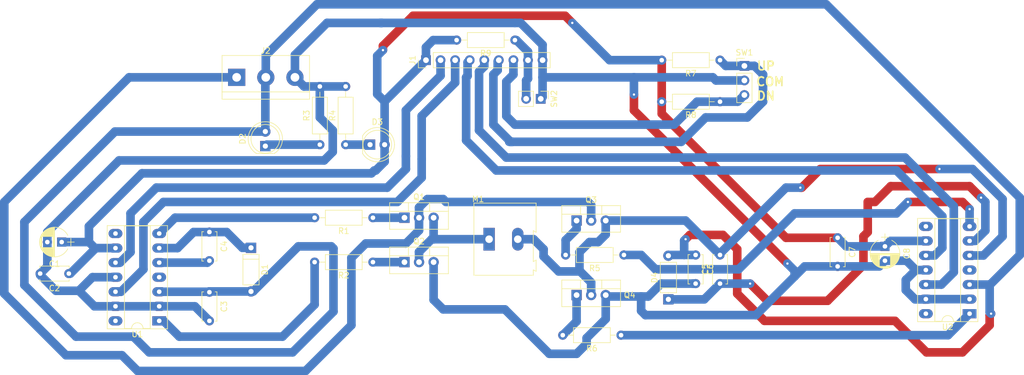
<source format=kicad_pcb>
(kicad_pcb (version 4) (host pcbnew 4.0.7-e2-6376~58~ubuntu16.04.1)

  (general
    (links 70)
    (no_connects 1)
    (area 77.799999 77.049999 248.775001 139.700002)
    (thickness 1.6)
    (drawings 3)
    (tracks 344)
    (zones 0)
    (modules 32)
    (nets 26)
  )

  (page A4)
  (layers
    (0 F.Cu signal)
    (31 B.Cu signal)
    (32 B.Adhes user)
    (33 F.Adhes user)
    (34 B.Paste user)
    (35 F.Paste user)
    (36 B.SilkS user)
    (37 F.SilkS user)
    (38 B.Mask user)
    (39 F.Mask user)
    (40 Dwgs.User user)
    (41 Cmts.User user)
    (42 Eco1.User user)
    (43 Eco2.User user)
    (44 Edge.Cuts user)
    (45 Margin user)
    (46 B.CrtYd user)
    (47 F.CrtYd user)
    (48 B.Fab user)
    (49 F.Fab user hide)
  )

  (setup
    (last_trace_width 1.5)
    (trace_clearance 0.2)
    (zone_clearance 0.508)
    (zone_45_only no)
    (trace_min 0.2)
    (segment_width 0.2)
    (edge_width 0.15)
    (via_size 0.6)
    (via_drill 0.4)
    (via_min_size 0.4)
    (via_min_drill 0.3)
    (uvia_size 0.3)
    (uvia_drill 0.1)
    (uvias_allowed no)
    (uvia_min_size 0.2)
    (uvia_min_drill 0.1)
    (pcb_text_width 0.3)
    (pcb_text_size 1.5 1.5)
    (mod_edge_width 0.15)
    (mod_text_size 1 1)
    (mod_text_width 0.15)
    (pad_size 1.524 1.524)
    (pad_drill 0.762)
    (pad_to_mask_clearance 0.2)
    (aux_axis_origin 0 0)
    (visible_elements FFFFFF7F)
    (pcbplotparams
      (layerselection 0x00030_80000001)
      (usegerberextensions false)
      (excludeedgelayer true)
      (linewidth 0.100000)
      (plotframeref false)
      (viasonmask false)
      (mode 1)
      (useauxorigin false)
      (hpglpennumber 1)
      (hpglpenspeed 20)
      (hpglpendiameter 15)
      (hpglpenoverlay 2)
      (psnegative false)
      (psa4output false)
      (plotreference true)
      (plotvalue true)
      (plotinvisibletext false)
      (padsonsilk false)
      (subtractmaskfromsilk false)
      (outputformat 1)
      (mirror false)
      (drillshape 1)
      (scaleselection 1)
      (outputdirectory ""))
  )

  (net 0 "")
  (net 1 VDD)
  (net 2 GND)
  (net 3 VCC)
  (net 4 "Net-(C4-Pad1)")
  (net 5 "Net-(C4-Pad2)")
  (net 6 "Net-(C5-Pad1)")
  (net 7 "Net-(C5-Pad2)")
  (net 8 "Net-(D2-Pad1)")
  (net 9 "Net-(D3-Pad1)")
  (net 10 /Ha)
  (net 11 /La)
  (net 12 /Hb)
  (net 13 /Lb)
  (net 14 /Sup)
  (net 15 /Sdn)
  (net 16 /Sstop)
  (net 17 +12V)
  (net 18 "Net-(Q1-Pad1)")
  (net 19 "Net-(Q2-Pad1)")
  (net 20 "Net-(Q3-Pad1)")
  (net 21 "Net-(Q4-Pad1)")
  (net 22 "Net-(R1-Pad2)")
  (net 23 "Net-(R2-Pad2)")
  (net 24 "Net-(R5-Pad1)")
  (net 25 "Net-(R6-Pad1)")

  (net_class Default "This is the default net class."
    (clearance 0.2)
    (trace_width 1.5)
    (via_dia 0.6)
    (via_drill 0.4)
    (uvia_dia 0.3)
    (uvia_drill 0.1)
    (add_net +12V)
    (add_net /Ha)
    (add_net /Hb)
    (add_net /La)
    (add_net /Lb)
    (add_net /Sdn)
    (add_net /Sstop)
    (add_net /Sup)
    (add_net GND)
    (add_net "Net-(C4-Pad1)")
    (add_net "Net-(C4-Pad2)")
    (add_net "Net-(C5-Pad1)")
    (add_net "Net-(C5-Pad2)")
    (add_net "Net-(D2-Pad1)")
    (add_net "Net-(D3-Pad1)")
    (add_net "Net-(Q1-Pad1)")
    (add_net "Net-(Q2-Pad1)")
    (add_net "Net-(Q3-Pad1)")
    (add_net "Net-(Q4-Pad1)")
    (add_net "Net-(R1-Pad2)")
    (add_net "Net-(R2-Pad2)")
    (add_net "Net-(R5-Pad1)")
    (add_net "Net-(R6-Pad1)")
    (add_net VCC)
    (add_net VDD)
  )

  (module Housings_DIP:DIP-14_W7.62mm_Socket_LongPads (layer F.Cu) (tedit 59C78D6B) (tstamp 5AC06227)
    (at 105.75 130 180)
    (descr "14-lead though-hole mounted DIP package, row spacing 7.62 mm (300 mils), Socket, LongPads")
    (tags "THT DIP DIL PDIP 2.54mm 7.62mm 300mil Socket LongPads")
    (path /5AC050D1)
    (fp_text reference U1 (at 3.81 -2.33 180) (layer F.SilkS)
      (effects (font (size 1 1) (thickness 0.15)))
    )
    (fp_text value IR2010 (at 3.81 17.57 180) (layer F.Fab)
      (effects (font (size 1 1) (thickness 0.15)))
    )
    (fp_arc (start 3.81 -1.33) (end 2.81 -1.33) (angle -180) (layer F.SilkS) (width 0.12))
    (fp_line (start 1.635 -1.27) (end 6.985 -1.27) (layer F.Fab) (width 0.1))
    (fp_line (start 6.985 -1.27) (end 6.985 16.51) (layer F.Fab) (width 0.1))
    (fp_line (start 6.985 16.51) (end 0.635 16.51) (layer F.Fab) (width 0.1))
    (fp_line (start 0.635 16.51) (end 0.635 -0.27) (layer F.Fab) (width 0.1))
    (fp_line (start 0.635 -0.27) (end 1.635 -1.27) (layer F.Fab) (width 0.1))
    (fp_line (start -1.27 -1.33) (end -1.27 16.57) (layer F.Fab) (width 0.1))
    (fp_line (start -1.27 16.57) (end 8.89 16.57) (layer F.Fab) (width 0.1))
    (fp_line (start 8.89 16.57) (end 8.89 -1.33) (layer F.Fab) (width 0.1))
    (fp_line (start 8.89 -1.33) (end -1.27 -1.33) (layer F.Fab) (width 0.1))
    (fp_line (start 2.81 -1.33) (end 1.56 -1.33) (layer F.SilkS) (width 0.12))
    (fp_line (start 1.56 -1.33) (end 1.56 16.57) (layer F.SilkS) (width 0.12))
    (fp_line (start 1.56 16.57) (end 6.06 16.57) (layer F.SilkS) (width 0.12))
    (fp_line (start 6.06 16.57) (end 6.06 -1.33) (layer F.SilkS) (width 0.12))
    (fp_line (start 6.06 -1.33) (end 4.81 -1.33) (layer F.SilkS) (width 0.12))
    (fp_line (start -1.44 -1.39) (end -1.44 16.63) (layer F.SilkS) (width 0.12))
    (fp_line (start -1.44 16.63) (end 9.06 16.63) (layer F.SilkS) (width 0.12))
    (fp_line (start 9.06 16.63) (end 9.06 -1.39) (layer F.SilkS) (width 0.12))
    (fp_line (start 9.06 -1.39) (end -1.44 -1.39) (layer F.SilkS) (width 0.12))
    (fp_line (start -1.55 -1.6) (end -1.55 16.85) (layer F.CrtYd) (width 0.05))
    (fp_line (start -1.55 16.85) (end 9.15 16.85) (layer F.CrtYd) (width 0.05))
    (fp_line (start 9.15 16.85) (end 9.15 -1.6) (layer F.CrtYd) (width 0.05))
    (fp_line (start 9.15 -1.6) (end -1.55 -1.6) (layer F.CrtYd) (width 0.05))
    (fp_text user %R (at 3.81 7.62 180) (layer F.Fab)
      (effects (font (size 1 1) (thickness 0.15)))
    )
    (pad 1 thru_hole rect (at 0 0 180) (size 2.4 1.6) (drill 0.8) (layers *.Cu *.Mask)
      (net 23 "Net-(R2-Pad2)"))
    (pad 8 thru_hole oval (at 7.62 15.24 180) (size 2.4 1.6) (drill 0.8) (layers *.Cu *.Mask))
    (pad 2 thru_hole oval (at 0 2.54 180) (size 2.4 1.6) (drill 0.8) (layers *.Cu *.Mask)
      (net 2 GND))
    (pad 9 thru_hole oval (at 7.62 12.7 180) (size 2.4 1.6) (drill 0.8) (layers *.Cu *.Mask)
      (net 1 VDD))
    (pad 3 thru_hole oval (at 0 5.08 180) (size 2.4 1.6) (drill 0.8) (layers *.Cu *.Mask)
      (net 3 VCC))
    (pad 10 thru_hole oval (at 7.62 10.16 180) (size 2.4 1.6) (drill 0.8) (layers *.Cu *.Mask)
      (net 10 /Ha))
    (pad 4 thru_hole oval (at 0 7.62 180) (size 2.4 1.6) (drill 0.8) (layers *.Cu *.Mask))
    (pad 11 thru_hole oval (at 7.62 7.62 180) (size 2.4 1.6) (drill 0.8) (layers *.Cu *.Mask)
      (net 2 GND))
    (pad 5 thru_hole oval (at 0 10.16 180) (size 2.4 1.6) (drill 0.8) (layers *.Cu *.Mask)
      (net 5 "Net-(C4-Pad2)"))
    (pad 12 thru_hole oval (at 7.62 5.08 180) (size 2.4 1.6) (drill 0.8) (layers *.Cu *.Mask)
      (net 11 /La))
    (pad 6 thru_hole oval (at 0 12.7 180) (size 2.4 1.6) (drill 0.8) (layers *.Cu *.Mask)
      (net 4 "Net-(C4-Pad1)"))
    (pad 13 thru_hole oval (at 7.62 2.54 180) (size 2.4 1.6) (drill 0.8) (layers *.Cu *.Mask)
      (net 2 GND))
    (pad 7 thru_hole oval (at 0 15.24 180) (size 2.4 1.6) (drill 0.8) (layers *.Cu *.Mask)
      (net 22 "Net-(R1-Pad2)"))
    (pad 14 thru_hole oval (at 7.62 0 180) (size 2.4 1.6) (drill 0.8) (layers *.Cu *.Mask))
    (model ${KISYS3DMOD}/Housings_DIP.3dshapes/DIP-14_W7.62mm_Socket.wrl
      (at (xyz 0 0 0))
      (scale (xyz 1 1 1))
      (rotate (xyz 0 0 0))
    )
  )

  (module Capacitors_ThroughHole:CP_Radial_D5.0mm_P2.50mm (layer F.Cu) (tedit 597BC7C2) (tstamp 5AC0615A)
    (at 88.75 116.25 180)
    (descr "CP, Radial series, Radial, pin pitch=2.50mm, , diameter=5mm, Electrolytic Capacitor")
    (tags "CP Radial series Radial pin pitch 2.50mm  diameter 5mm Electrolytic Capacitor")
    (path /5AC0A00C)
    (fp_text reference C1 (at 1.25 -3.81 180) (layer F.SilkS)
      (effects (font (size 1 1) (thickness 0.15)))
    )
    (fp_text value .47uF (at 1.25 3.81 180) (layer F.Fab)
      (effects (font (size 1 1) (thickness 0.15)))
    )
    (fp_arc (start 1.25 0) (end -1.05558 -1.18) (angle 125.8) (layer F.SilkS) (width 0.12))
    (fp_arc (start 1.25 0) (end -1.05558 1.18) (angle -125.8) (layer F.SilkS) (width 0.12))
    (fp_arc (start 1.25 0) (end 3.55558 -1.18) (angle 54.2) (layer F.SilkS) (width 0.12))
    (fp_circle (center 1.25 0) (end 3.75 0) (layer F.Fab) (width 0.1))
    (fp_line (start -2.2 0) (end -1 0) (layer F.Fab) (width 0.1))
    (fp_line (start -1.6 -0.65) (end -1.6 0.65) (layer F.Fab) (width 0.1))
    (fp_line (start 1.25 -2.55) (end 1.25 2.55) (layer F.SilkS) (width 0.12))
    (fp_line (start 1.29 -2.55) (end 1.29 2.55) (layer F.SilkS) (width 0.12))
    (fp_line (start 1.33 -2.549) (end 1.33 2.549) (layer F.SilkS) (width 0.12))
    (fp_line (start 1.37 -2.548) (end 1.37 2.548) (layer F.SilkS) (width 0.12))
    (fp_line (start 1.41 -2.546) (end 1.41 2.546) (layer F.SilkS) (width 0.12))
    (fp_line (start 1.45 -2.543) (end 1.45 2.543) (layer F.SilkS) (width 0.12))
    (fp_line (start 1.49 -2.539) (end 1.49 2.539) (layer F.SilkS) (width 0.12))
    (fp_line (start 1.53 -2.535) (end 1.53 -0.98) (layer F.SilkS) (width 0.12))
    (fp_line (start 1.53 0.98) (end 1.53 2.535) (layer F.SilkS) (width 0.12))
    (fp_line (start 1.57 -2.531) (end 1.57 -0.98) (layer F.SilkS) (width 0.12))
    (fp_line (start 1.57 0.98) (end 1.57 2.531) (layer F.SilkS) (width 0.12))
    (fp_line (start 1.61 -2.525) (end 1.61 -0.98) (layer F.SilkS) (width 0.12))
    (fp_line (start 1.61 0.98) (end 1.61 2.525) (layer F.SilkS) (width 0.12))
    (fp_line (start 1.65 -2.519) (end 1.65 -0.98) (layer F.SilkS) (width 0.12))
    (fp_line (start 1.65 0.98) (end 1.65 2.519) (layer F.SilkS) (width 0.12))
    (fp_line (start 1.69 -2.513) (end 1.69 -0.98) (layer F.SilkS) (width 0.12))
    (fp_line (start 1.69 0.98) (end 1.69 2.513) (layer F.SilkS) (width 0.12))
    (fp_line (start 1.73 -2.506) (end 1.73 -0.98) (layer F.SilkS) (width 0.12))
    (fp_line (start 1.73 0.98) (end 1.73 2.506) (layer F.SilkS) (width 0.12))
    (fp_line (start 1.77 -2.498) (end 1.77 -0.98) (layer F.SilkS) (width 0.12))
    (fp_line (start 1.77 0.98) (end 1.77 2.498) (layer F.SilkS) (width 0.12))
    (fp_line (start 1.81 -2.489) (end 1.81 -0.98) (layer F.SilkS) (width 0.12))
    (fp_line (start 1.81 0.98) (end 1.81 2.489) (layer F.SilkS) (width 0.12))
    (fp_line (start 1.85 -2.48) (end 1.85 -0.98) (layer F.SilkS) (width 0.12))
    (fp_line (start 1.85 0.98) (end 1.85 2.48) (layer F.SilkS) (width 0.12))
    (fp_line (start 1.89 -2.47) (end 1.89 -0.98) (layer F.SilkS) (width 0.12))
    (fp_line (start 1.89 0.98) (end 1.89 2.47) (layer F.SilkS) (width 0.12))
    (fp_line (start 1.93 -2.46) (end 1.93 -0.98) (layer F.SilkS) (width 0.12))
    (fp_line (start 1.93 0.98) (end 1.93 2.46) (layer F.SilkS) (width 0.12))
    (fp_line (start 1.971 -2.448) (end 1.971 -0.98) (layer F.SilkS) (width 0.12))
    (fp_line (start 1.971 0.98) (end 1.971 2.448) (layer F.SilkS) (width 0.12))
    (fp_line (start 2.011 -2.436) (end 2.011 -0.98) (layer F.SilkS) (width 0.12))
    (fp_line (start 2.011 0.98) (end 2.011 2.436) (layer F.SilkS) (width 0.12))
    (fp_line (start 2.051 -2.424) (end 2.051 -0.98) (layer F.SilkS) (width 0.12))
    (fp_line (start 2.051 0.98) (end 2.051 2.424) (layer F.SilkS) (width 0.12))
    (fp_line (start 2.091 -2.41) (end 2.091 -0.98) (layer F.SilkS) (width 0.12))
    (fp_line (start 2.091 0.98) (end 2.091 2.41) (layer F.SilkS) (width 0.12))
    (fp_line (start 2.131 -2.396) (end 2.131 -0.98) (layer F.SilkS) (width 0.12))
    (fp_line (start 2.131 0.98) (end 2.131 2.396) (layer F.SilkS) (width 0.12))
    (fp_line (start 2.171 -2.382) (end 2.171 -0.98) (layer F.SilkS) (width 0.12))
    (fp_line (start 2.171 0.98) (end 2.171 2.382) (layer F.SilkS) (width 0.12))
    (fp_line (start 2.211 -2.366) (end 2.211 -0.98) (layer F.SilkS) (width 0.12))
    (fp_line (start 2.211 0.98) (end 2.211 2.366) (layer F.SilkS) (width 0.12))
    (fp_line (start 2.251 -2.35) (end 2.251 -0.98) (layer F.SilkS) (width 0.12))
    (fp_line (start 2.251 0.98) (end 2.251 2.35) (layer F.SilkS) (width 0.12))
    (fp_line (start 2.291 -2.333) (end 2.291 -0.98) (layer F.SilkS) (width 0.12))
    (fp_line (start 2.291 0.98) (end 2.291 2.333) (layer F.SilkS) (width 0.12))
    (fp_line (start 2.331 -2.315) (end 2.331 -0.98) (layer F.SilkS) (width 0.12))
    (fp_line (start 2.331 0.98) (end 2.331 2.315) (layer F.SilkS) (width 0.12))
    (fp_line (start 2.371 -2.296) (end 2.371 -0.98) (layer F.SilkS) (width 0.12))
    (fp_line (start 2.371 0.98) (end 2.371 2.296) (layer F.SilkS) (width 0.12))
    (fp_line (start 2.411 -2.276) (end 2.411 -0.98) (layer F.SilkS) (width 0.12))
    (fp_line (start 2.411 0.98) (end 2.411 2.276) (layer F.SilkS) (width 0.12))
    (fp_line (start 2.451 -2.256) (end 2.451 -0.98) (layer F.SilkS) (width 0.12))
    (fp_line (start 2.451 0.98) (end 2.451 2.256) (layer F.SilkS) (width 0.12))
    (fp_line (start 2.491 -2.234) (end 2.491 -0.98) (layer F.SilkS) (width 0.12))
    (fp_line (start 2.491 0.98) (end 2.491 2.234) (layer F.SilkS) (width 0.12))
    (fp_line (start 2.531 -2.212) (end 2.531 -0.98) (layer F.SilkS) (width 0.12))
    (fp_line (start 2.531 0.98) (end 2.531 2.212) (layer F.SilkS) (width 0.12))
    (fp_line (start 2.571 -2.189) (end 2.571 -0.98) (layer F.SilkS) (width 0.12))
    (fp_line (start 2.571 0.98) (end 2.571 2.189) (layer F.SilkS) (width 0.12))
    (fp_line (start 2.611 -2.165) (end 2.611 -0.98) (layer F.SilkS) (width 0.12))
    (fp_line (start 2.611 0.98) (end 2.611 2.165) (layer F.SilkS) (width 0.12))
    (fp_line (start 2.651 -2.14) (end 2.651 -0.98) (layer F.SilkS) (width 0.12))
    (fp_line (start 2.651 0.98) (end 2.651 2.14) (layer F.SilkS) (width 0.12))
    (fp_line (start 2.691 -2.113) (end 2.691 -0.98) (layer F.SilkS) (width 0.12))
    (fp_line (start 2.691 0.98) (end 2.691 2.113) (layer F.SilkS) (width 0.12))
    (fp_line (start 2.731 -2.086) (end 2.731 -0.98) (layer F.SilkS) (width 0.12))
    (fp_line (start 2.731 0.98) (end 2.731 2.086) (layer F.SilkS) (width 0.12))
    (fp_line (start 2.771 -2.058) (end 2.771 -0.98) (layer F.SilkS) (width 0.12))
    (fp_line (start 2.771 0.98) (end 2.771 2.058) (layer F.SilkS) (width 0.12))
    (fp_line (start 2.811 -2.028) (end 2.811 -0.98) (layer F.SilkS) (width 0.12))
    (fp_line (start 2.811 0.98) (end 2.811 2.028) (layer F.SilkS) (width 0.12))
    (fp_line (start 2.851 -1.997) (end 2.851 -0.98) (layer F.SilkS) (width 0.12))
    (fp_line (start 2.851 0.98) (end 2.851 1.997) (layer F.SilkS) (width 0.12))
    (fp_line (start 2.891 -1.965) (end 2.891 -0.98) (layer F.SilkS) (width 0.12))
    (fp_line (start 2.891 0.98) (end 2.891 1.965) (layer F.SilkS) (width 0.12))
    (fp_line (start 2.931 -1.932) (end 2.931 -0.98) (layer F.SilkS) (width 0.12))
    (fp_line (start 2.931 0.98) (end 2.931 1.932) (layer F.SilkS) (width 0.12))
    (fp_line (start 2.971 -1.897) (end 2.971 -0.98) (layer F.SilkS) (width 0.12))
    (fp_line (start 2.971 0.98) (end 2.971 1.897) (layer F.SilkS) (width 0.12))
    (fp_line (start 3.011 -1.861) (end 3.011 -0.98) (layer F.SilkS) (width 0.12))
    (fp_line (start 3.011 0.98) (end 3.011 1.861) (layer F.SilkS) (width 0.12))
    (fp_line (start 3.051 -1.823) (end 3.051 -0.98) (layer F.SilkS) (width 0.12))
    (fp_line (start 3.051 0.98) (end 3.051 1.823) (layer F.SilkS) (width 0.12))
    (fp_line (start 3.091 -1.783) (end 3.091 -0.98) (layer F.SilkS) (width 0.12))
    (fp_line (start 3.091 0.98) (end 3.091 1.783) (layer F.SilkS) (width 0.12))
    (fp_line (start 3.131 -1.742) (end 3.131 -0.98) (layer F.SilkS) (width 0.12))
    (fp_line (start 3.131 0.98) (end 3.131 1.742) (layer F.SilkS) (width 0.12))
    (fp_line (start 3.171 -1.699) (end 3.171 -0.98) (layer F.SilkS) (width 0.12))
    (fp_line (start 3.171 0.98) (end 3.171 1.699) (layer F.SilkS) (width 0.12))
    (fp_line (start 3.211 -1.654) (end 3.211 -0.98) (layer F.SilkS) (width 0.12))
    (fp_line (start 3.211 0.98) (end 3.211 1.654) (layer F.SilkS) (width 0.12))
    (fp_line (start 3.251 -1.606) (end 3.251 -0.98) (layer F.SilkS) (width 0.12))
    (fp_line (start 3.251 0.98) (end 3.251 1.606) (layer F.SilkS) (width 0.12))
    (fp_line (start 3.291 -1.556) (end 3.291 -0.98) (layer F.SilkS) (width 0.12))
    (fp_line (start 3.291 0.98) (end 3.291 1.556) (layer F.SilkS) (width 0.12))
    (fp_line (start 3.331 -1.504) (end 3.331 -0.98) (layer F.SilkS) (width 0.12))
    (fp_line (start 3.331 0.98) (end 3.331 1.504) (layer F.SilkS) (width 0.12))
    (fp_line (start 3.371 -1.448) (end 3.371 -0.98) (layer F.SilkS) (width 0.12))
    (fp_line (start 3.371 0.98) (end 3.371 1.448) (layer F.SilkS) (width 0.12))
    (fp_line (start 3.411 -1.39) (end 3.411 -0.98) (layer F.SilkS) (width 0.12))
    (fp_line (start 3.411 0.98) (end 3.411 1.39) (layer F.SilkS) (width 0.12))
    (fp_line (start 3.451 -1.327) (end 3.451 -0.98) (layer F.SilkS) (width 0.12))
    (fp_line (start 3.451 0.98) (end 3.451 1.327) (layer F.SilkS) (width 0.12))
    (fp_line (start 3.491 -1.261) (end 3.491 1.261) (layer F.SilkS) (width 0.12))
    (fp_line (start 3.531 -1.189) (end 3.531 1.189) (layer F.SilkS) (width 0.12))
    (fp_line (start 3.571 -1.112) (end 3.571 1.112) (layer F.SilkS) (width 0.12))
    (fp_line (start 3.611 -1.028) (end 3.611 1.028) (layer F.SilkS) (width 0.12))
    (fp_line (start 3.651 -0.934) (end 3.651 0.934) (layer F.SilkS) (width 0.12))
    (fp_line (start 3.691 -0.829) (end 3.691 0.829) (layer F.SilkS) (width 0.12))
    (fp_line (start 3.731 -0.707) (end 3.731 0.707) (layer F.SilkS) (width 0.12))
    (fp_line (start 3.771 -0.559) (end 3.771 0.559) (layer F.SilkS) (width 0.12))
    (fp_line (start 3.811 -0.354) (end 3.811 0.354) (layer F.SilkS) (width 0.12))
    (fp_line (start -2.2 0) (end -1 0) (layer F.SilkS) (width 0.12))
    (fp_line (start -1.6 -0.65) (end -1.6 0.65) (layer F.SilkS) (width 0.12))
    (fp_line (start -1.6 -2.85) (end -1.6 2.85) (layer F.CrtYd) (width 0.05))
    (fp_line (start -1.6 2.85) (end 4.1 2.85) (layer F.CrtYd) (width 0.05))
    (fp_line (start 4.1 2.85) (end 4.1 -2.85) (layer F.CrtYd) (width 0.05))
    (fp_line (start 4.1 -2.85) (end -1.6 -2.85) (layer F.CrtYd) (width 0.05))
    (fp_text user %R (at 1.25 0 180) (layer F.Fab)
      (effects (font (size 1 1) (thickness 0.15)))
    )
    (pad 1 thru_hole rect (at 0 0 180) (size 1.6 1.6) (drill 0.8) (layers *.Cu *.Mask)
      (net 1 VDD))
    (pad 2 thru_hole circle (at 2.5 0 180) (size 1.6 1.6) (drill 0.8) (layers *.Cu *.Mask)
      (net 2 GND))
    (model ${KISYS3DMOD}/Capacitors_THT.3dshapes/CP_Radial_D5.0mm_P2.50mm.wrl
      (at (xyz 0 0 0))
      (scale (xyz 1 1 1))
      (rotate (xyz 0 0 0))
    )
  )

  (module Capacitors_ThroughHole:C_Disc_D5.0mm_W2.5mm_P5.00mm (layer F.Cu) (tedit 597BC7C2) (tstamp 5AC06160)
    (at 90 121.75 180)
    (descr "C, Disc series, Radial, pin pitch=5.00mm, , diameter*width=5*2.5mm^2, Capacitor, http://cdn-reichelt.de/documents/datenblatt/B300/DS_KERKO_TC.pdf")
    (tags "C Disc series Radial pin pitch 5.00mm  diameter 5mm width 2.5mm Capacitor")
    (path /5AC09FD9)
    (fp_text reference C2 (at 2.5 -2.56 180) (layer F.SilkS)
      (effects (font (size 1 1) (thickness 0.15)))
    )
    (fp_text value .1uF (at 2.5 2.56 180) (layer F.Fab)
      (effects (font (size 1 1) (thickness 0.15)))
    )
    (fp_line (start 0 -1.25) (end 0 1.25) (layer F.Fab) (width 0.1))
    (fp_line (start 0 1.25) (end 5 1.25) (layer F.Fab) (width 0.1))
    (fp_line (start 5 1.25) (end 5 -1.25) (layer F.Fab) (width 0.1))
    (fp_line (start 5 -1.25) (end 0 -1.25) (layer F.Fab) (width 0.1))
    (fp_line (start -0.06 -1.31) (end 5.06 -1.31) (layer F.SilkS) (width 0.12))
    (fp_line (start -0.06 1.31) (end 5.06 1.31) (layer F.SilkS) (width 0.12))
    (fp_line (start -0.06 -1.31) (end -0.06 -0.996) (layer F.SilkS) (width 0.12))
    (fp_line (start -0.06 0.996) (end -0.06 1.31) (layer F.SilkS) (width 0.12))
    (fp_line (start 5.06 -1.31) (end 5.06 -0.996) (layer F.SilkS) (width 0.12))
    (fp_line (start 5.06 0.996) (end 5.06 1.31) (layer F.SilkS) (width 0.12))
    (fp_line (start -1.05 -1.6) (end -1.05 1.6) (layer F.CrtYd) (width 0.05))
    (fp_line (start -1.05 1.6) (end 6.05 1.6) (layer F.CrtYd) (width 0.05))
    (fp_line (start 6.05 1.6) (end 6.05 -1.6) (layer F.CrtYd) (width 0.05))
    (fp_line (start 6.05 -1.6) (end -1.05 -1.6) (layer F.CrtYd) (width 0.05))
    (fp_text user %R (at 2.5 0 180) (layer F.Fab)
      (effects (font (size 1 1) (thickness 0.15)))
    )
    (pad 1 thru_hole circle (at 0 0 180) (size 1.6 1.6) (drill 0.8) (layers *.Cu *.Mask)
      (net 1 VDD))
    (pad 2 thru_hole circle (at 5 0 180) (size 1.6 1.6) (drill 0.8) (layers *.Cu *.Mask)
      (net 2 GND))
    (model ${KISYS3DMOD}/Capacitors_THT.3dshapes/C_Disc_D5.0mm_W2.5mm_P5.00mm.wrl
      (at (xyz 0 0 0))
      (scale (xyz 1 1 1))
      (rotate (xyz 0 0 0))
    )
  )

  (module Capacitors_ThroughHole:C_Disc_D5.0mm_W2.5mm_P5.00mm (layer F.Cu) (tedit 597BC7C2) (tstamp 5AC06166)
    (at 114.5 125 270)
    (descr "C, Disc series, Radial, pin pitch=5.00mm, , diameter*width=5*2.5mm^2, Capacitor, http://cdn-reichelt.de/documents/datenblatt/B300/DS_KERKO_TC.pdf")
    (tags "C Disc series Radial pin pitch 5.00mm  diameter 5mm width 2.5mm Capacitor")
    (path /5AC0B4B1)
    (fp_text reference C3 (at 2.5 -2.56 270) (layer F.SilkS)
      (effects (font (size 1 1) (thickness 0.15)))
    )
    (fp_text value 2.2u (at 2.5 2.56 270) (layer F.Fab)
      (effects (font (size 1 1) (thickness 0.15)))
    )
    (fp_line (start 0 -1.25) (end 0 1.25) (layer F.Fab) (width 0.1))
    (fp_line (start 0 1.25) (end 5 1.25) (layer F.Fab) (width 0.1))
    (fp_line (start 5 1.25) (end 5 -1.25) (layer F.Fab) (width 0.1))
    (fp_line (start 5 -1.25) (end 0 -1.25) (layer F.Fab) (width 0.1))
    (fp_line (start -0.06 -1.31) (end 5.06 -1.31) (layer F.SilkS) (width 0.12))
    (fp_line (start -0.06 1.31) (end 5.06 1.31) (layer F.SilkS) (width 0.12))
    (fp_line (start -0.06 -1.31) (end -0.06 -0.996) (layer F.SilkS) (width 0.12))
    (fp_line (start -0.06 0.996) (end -0.06 1.31) (layer F.SilkS) (width 0.12))
    (fp_line (start 5.06 -1.31) (end 5.06 -0.996) (layer F.SilkS) (width 0.12))
    (fp_line (start 5.06 0.996) (end 5.06 1.31) (layer F.SilkS) (width 0.12))
    (fp_line (start -1.05 -1.6) (end -1.05 1.6) (layer F.CrtYd) (width 0.05))
    (fp_line (start -1.05 1.6) (end 6.05 1.6) (layer F.CrtYd) (width 0.05))
    (fp_line (start 6.05 1.6) (end 6.05 -1.6) (layer F.CrtYd) (width 0.05))
    (fp_line (start 6.05 -1.6) (end -1.05 -1.6) (layer F.CrtYd) (width 0.05))
    (fp_text user %R (at 2.5 0 270) (layer F.Fab)
      (effects (font (size 1 1) (thickness 0.15)))
    )
    (pad 1 thru_hole circle (at 0 0 270) (size 1.6 1.6) (drill 0.8) (layers *.Cu *.Mask)
      (net 3 VCC))
    (pad 2 thru_hole circle (at 5 0 270) (size 1.6 1.6) (drill 0.8) (layers *.Cu *.Mask)
      (net 2 GND))
    (model ${KISYS3DMOD}/Capacitors_THT.3dshapes/C_Disc_D5.0mm_W2.5mm_P5.00mm.wrl
      (at (xyz 0 0 0))
      (scale (xyz 1 1 1))
      (rotate (xyz 0 0 0))
    )
  )

  (module Capacitors_ThroughHole:C_Disc_D5.0mm_W2.5mm_P5.00mm (layer F.Cu) (tedit 597BC7C2) (tstamp 5AC0616C)
    (at 114.5 114.5 270)
    (descr "C, Disc series, Radial, pin pitch=5.00mm, , diameter*width=5*2.5mm^2, Capacitor, http://cdn-reichelt.de/documents/datenblatt/B300/DS_KERKO_TC.pdf")
    (tags "C Disc series Radial pin pitch 5.00mm  diameter 5mm width 2.5mm Capacitor")
    (path /5AC0B972)
    (fp_text reference C4 (at 2.5 -2.56 270) (layer F.SilkS)
      (effects (font (size 1 1) (thickness 0.15)))
    )
    (fp_text value 100u (at 2.5 2.56 270) (layer F.Fab)
      (effects (font (size 1 1) (thickness 0.15)))
    )
    (fp_line (start 0 -1.25) (end 0 1.25) (layer F.Fab) (width 0.1))
    (fp_line (start 0 1.25) (end 5 1.25) (layer F.Fab) (width 0.1))
    (fp_line (start 5 1.25) (end 5 -1.25) (layer F.Fab) (width 0.1))
    (fp_line (start 5 -1.25) (end 0 -1.25) (layer F.Fab) (width 0.1))
    (fp_line (start -0.06 -1.31) (end 5.06 -1.31) (layer F.SilkS) (width 0.12))
    (fp_line (start -0.06 1.31) (end 5.06 1.31) (layer F.SilkS) (width 0.12))
    (fp_line (start -0.06 -1.31) (end -0.06 -0.996) (layer F.SilkS) (width 0.12))
    (fp_line (start -0.06 0.996) (end -0.06 1.31) (layer F.SilkS) (width 0.12))
    (fp_line (start 5.06 -1.31) (end 5.06 -0.996) (layer F.SilkS) (width 0.12))
    (fp_line (start 5.06 0.996) (end 5.06 1.31) (layer F.SilkS) (width 0.12))
    (fp_line (start -1.05 -1.6) (end -1.05 1.6) (layer F.CrtYd) (width 0.05))
    (fp_line (start -1.05 1.6) (end 6.05 1.6) (layer F.CrtYd) (width 0.05))
    (fp_line (start 6.05 1.6) (end 6.05 -1.6) (layer F.CrtYd) (width 0.05))
    (fp_line (start 6.05 -1.6) (end -1.05 -1.6) (layer F.CrtYd) (width 0.05))
    (fp_text user %R (at 2.5 0 270) (layer F.Fab)
      (effects (font (size 1 1) (thickness 0.15)))
    )
    (pad 1 thru_hole circle (at 0 0 270) (size 1.6 1.6) (drill 0.8) (layers *.Cu *.Mask)
      (net 4 "Net-(C4-Pad1)"))
    (pad 2 thru_hole circle (at 5 0 270) (size 1.6 1.6) (drill 0.8) (layers *.Cu *.Mask)
      (net 5 "Net-(C4-Pad2)"))
    (model ${KISYS3DMOD}/Capacitors_THT.3dshapes/C_Disc_D5.0mm_W2.5mm_P5.00mm.wrl
      (at (xyz 0 0 0))
      (scale (xyz 1 1 1))
      (rotate (xyz 0 0 0))
    )
  )

  (module Capacitors_ThroughHole:C_Disc_D5.0mm_W2.5mm_P5.00mm (layer F.Cu) (tedit 597BC7C2) (tstamp 5AC06172)
    (at 203.5 123.5 90)
    (descr "C, Disc series, Radial, pin pitch=5.00mm, , diameter*width=5*2.5mm^2, Capacitor, http://cdn-reichelt.de/documents/datenblatt/B300/DS_KERKO_TC.pdf")
    (tags "C Disc series Radial pin pitch 5.00mm  diameter 5mm width 2.5mm Capacitor")
    (path /5AC147E3)
    (fp_text reference C5 (at 2.5 -2.56 90) (layer F.SilkS)
      (effects (font (size 1 1) (thickness 0.15)))
    )
    (fp_text value 100u (at 2.5 2.56 90) (layer F.Fab)
      (effects (font (size 1 1) (thickness 0.15)))
    )
    (fp_line (start 0 -1.25) (end 0 1.25) (layer F.Fab) (width 0.1))
    (fp_line (start 0 1.25) (end 5 1.25) (layer F.Fab) (width 0.1))
    (fp_line (start 5 1.25) (end 5 -1.25) (layer F.Fab) (width 0.1))
    (fp_line (start 5 -1.25) (end 0 -1.25) (layer F.Fab) (width 0.1))
    (fp_line (start -0.06 -1.31) (end 5.06 -1.31) (layer F.SilkS) (width 0.12))
    (fp_line (start -0.06 1.31) (end 5.06 1.31) (layer F.SilkS) (width 0.12))
    (fp_line (start -0.06 -1.31) (end -0.06 -0.996) (layer F.SilkS) (width 0.12))
    (fp_line (start -0.06 0.996) (end -0.06 1.31) (layer F.SilkS) (width 0.12))
    (fp_line (start 5.06 -1.31) (end 5.06 -0.996) (layer F.SilkS) (width 0.12))
    (fp_line (start 5.06 0.996) (end 5.06 1.31) (layer F.SilkS) (width 0.12))
    (fp_line (start -1.05 -1.6) (end -1.05 1.6) (layer F.CrtYd) (width 0.05))
    (fp_line (start -1.05 1.6) (end 6.05 1.6) (layer F.CrtYd) (width 0.05))
    (fp_line (start 6.05 1.6) (end 6.05 -1.6) (layer F.CrtYd) (width 0.05))
    (fp_line (start 6.05 -1.6) (end -1.05 -1.6) (layer F.CrtYd) (width 0.05))
    (fp_text user %R (at 2.5 0 90) (layer F.Fab)
      (effects (font (size 1 1) (thickness 0.15)))
    )
    (pad 1 thru_hole circle (at 0 0 90) (size 1.6 1.6) (drill 0.8) (layers *.Cu *.Mask)
      (net 6 "Net-(C5-Pad1)"))
    (pad 2 thru_hole circle (at 5 0 90) (size 1.6 1.6) (drill 0.8) (layers *.Cu *.Mask)
      (net 7 "Net-(C5-Pad2)"))
    (model ${KISYS3DMOD}/Capacitors_THT.3dshapes/C_Disc_D5.0mm_W2.5mm_P5.00mm.wrl
      (at (xyz 0 0 0))
      (scale (xyz 1 1 1))
      (rotate (xyz 0 0 0))
    )
  )

  (module Capacitors_ThroughHole:C_Disc_D5.0mm_W2.5mm_P5.00mm (layer F.Cu) (tedit 597BC7C2) (tstamp 5AC06178)
    (at 199.25 118.5 270)
    (descr "C, Disc series, Radial, pin pitch=5.00mm, , diameter*width=5*2.5mm^2, Capacitor, http://cdn-reichelt.de/documents/datenblatt/B300/DS_KERKO_TC.pdf")
    (tags "C Disc series Radial pin pitch 5.00mm  diameter 5mm width 2.5mm Capacitor")
    (path /5AC127B9)
    (fp_text reference C6 (at 2.5 -2.56 270) (layer F.SilkS)
      (effects (font (size 1 1) (thickness 0.15)))
    )
    (fp_text value 2.2u (at 2.5 2.56 270) (layer F.Fab)
      (effects (font (size 1 1) (thickness 0.15)))
    )
    (fp_line (start 0 -1.25) (end 0 1.25) (layer F.Fab) (width 0.1))
    (fp_line (start 0 1.25) (end 5 1.25) (layer F.Fab) (width 0.1))
    (fp_line (start 5 1.25) (end 5 -1.25) (layer F.Fab) (width 0.1))
    (fp_line (start 5 -1.25) (end 0 -1.25) (layer F.Fab) (width 0.1))
    (fp_line (start -0.06 -1.31) (end 5.06 -1.31) (layer F.SilkS) (width 0.12))
    (fp_line (start -0.06 1.31) (end 5.06 1.31) (layer F.SilkS) (width 0.12))
    (fp_line (start -0.06 -1.31) (end -0.06 -0.996) (layer F.SilkS) (width 0.12))
    (fp_line (start -0.06 0.996) (end -0.06 1.31) (layer F.SilkS) (width 0.12))
    (fp_line (start 5.06 -1.31) (end 5.06 -0.996) (layer F.SilkS) (width 0.12))
    (fp_line (start 5.06 0.996) (end 5.06 1.31) (layer F.SilkS) (width 0.12))
    (fp_line (start -1.05 -1.6) (end -1.05 1.6) (layer F.CrtYd) (width 0.05))
    (fp_line (start -1.05 1.6) (end 6.05 1.6) (layer F.CrtYd) (width 0.05))
    (fp_line (start 6.05 1.6) (end 6.05 -1.6) (layer F.CrtYd) (width 0.05))
    (fp_line (start 6.05 -1.6) (end -1.05 -1.6) (layer F.CrtYd) (width 0.05))
    (fp_text user %R (at 2.5 0 270) (layer F.Fab)
      (effects (font (size 1 1) (thickness 0.15)))
    )
    (pad 1 thru_hole circle (at 0 0 270) (size 1.6 1.6) (drill 0.8) (layers *.Cu *.Mask)
      (net 3 VCC))
    (pad 2 thru_hole circle (at 5 0 270) (size 1.6 1.6) (drill 0.8) (layers *.Cu *.Mask)
      (net 2 GND))
    (model ${KISYS3DMOD}/Capacitors_THT.3dshapes/C_Disc_D5.0mm_W2.5mm_P5.00mm.wrl
      (at (xyz 0 0 0))
      (scale (xyz 1 1 1))
      (rotate (xyz 0 0 0))
    )
  )

  (module Capacitors_ThroughHole:C_Disc_D5.0mm_W2.5mm_P5.00mm (layer F.Cu) (tedit 5AC06B1A) (tstamp 5AC0617E)
    (at 224 115.5 270)
    (descr "C, Disc series, Radial, pin pitch=5.00mm, , diameter*width=5*2.5mm^2, Capacitor, http://cdn-reichelt.de/documents/datenblatt/B300/DS_KERKO_TC.pdf")
    (tags "C Disc series Radial pin pitch 5.00mm  diameter 5mm width 2.5mm Capacitor")
    (path /5AC0FA8A)
    (fp_text reference C7 (at 2.5 -2.56 270) (layer F.SilkS)
      (effects (font (size 1 1) (thickness 0.15)))
    )
    (fp_text value .1uF (at -2.75 0.25 270) (layer F.Fab)
      (effects (font (size 1 1) (thickness 0.15)))
    )
    (fp_line (start 0 -1.25) (end 0 1.25) (layer F.Fab) (width 0.1))
    (fp_line (start 0 1.25) (end 5 1.25) (layer F.Fab) (width 0.1))
    (fp_line (start 5 1.25) (end 5 -1.25) (layer F.Fab) (width 0.1))
    (fp_line (start 5 -1.25) (end 0 -1.25) (layer F.Fab) (width 0.1))
    (fp_line (start -0.06 -1.31) (end 5.06 -1.31) (layer F.SilkS) (width 0.12))
    (fp_line (start -0.06 1.31) (end 5.06 1.31) (layer F.SilkS) (width 0.12))
    (fp_line (start -0.06 -1.31) (end -0.06 -0.996) (layer F.SilkS) (width 0.12))
    (fp_line (start -0.06 0.996) (end -0.06 1.31) (layer F.SilkS) (width 0.12))
    (fp_line (start 5.06 -1.31) (end 5.06 -0.996) (layer F.SilkS) (width 0.12))
    (fp_line (start 5.06 0.996) (end 5.06 1.31) (layer F.SilkS) (width 0.12))
    (fp_line (start -1.05 -1.6) (end -1.05 1.6) (layer F.CrtYd) (width 0.05))
    (fp_line (start -1.05 1.6) (end 6.05 1.6) (layer F.CrtYd) (width 0.05))
    (fp_line (start 6.05 1.6) (end 6.05 -1.6) (layer F.CrtYd) (width 0.05))
    (fp_line (start 6.05 -1.6) (end -1.05 -1.6) (layer F.CrtYd) (width 0.05))
    (fp_text user %R (at 2.5 0 270) (layer F.Fab)
      (effects (font (size 1 1) (thickness 0.15)))
    )
    (pad 1 thru_hole circle (at 0 0 270) (size 1.6 1.6) (drill 0.8) (layers *.Cu *.Mask)
      (net 1 VDD))
    (pad 2 thru_hole circle (at 5 0 270) (size 1.6 1.6) (drill 0.8) (layers *.Cu *.Mask)
      (net 2 GND))
    (model ${KISYS3DMOD}/Capacitors_THT.3dshapes/C_Disc_D5.0mm_W2.5mm_P5.00mm.wrl
      (at (xyz 0 0 0))
      (scale (xyz 1 1 1))
      (rotate (xyz 0 0 0))
    )
  )

  (module Capacitors_ThroughHole:CP_Radial_D5.0mm_P2.50mm (layer F.Cu) (tedit 5AC06B1E) (tstamp 5AC06184)
    (at 232.25 117 270)
    (descr "CP, Radial series, Radial, pin pitch=2.50mm, , diameter=5mm, Electrolytic Capacitor")
    (tags "CP Radial series Radial pin pitch 2.50mm  diameter 5mm Electrolytic Capacitor")
    (path /5AC0FD23)
    (fp_text reference C8 (at 1.25 -3.81 270) (layer F.SilkS)
      (effects (font (size 1 1) (thickness 0.15)))
    )
    (fp_text value .47uF (at -4.75 0 270) (layer F.Fab)
      (effects (font (size 1 1) (thickness 0.15)))
    )
    (fp_arc (start 1.25 0) (end -1.05558 -1.18) (angle 125.8) (layer F.SilkS) (width 0.12))
    (fp_arc (start 1.25 0) (end -1.05558 1.18) (angle -125.8) (layer F.SilkS) (width 0.12))
    (fp_arc (start 1.25 0) (end 3.55558 -1.18) (angle 54.2) (layer F.SilkS) (width 0.12))
    (fp_circle (center 1.25 0) (end 3.75 0) (layer F.Fab) (width 0.1))
    (fp_line (start -2.2 0) (end -1 0) (layer F.Fab) (width 0.1))
    (fp_line (start -1.6 -0.65) (end -1.6 0.65) (layer F.Fab) (width 0.1))
    (fp_line (start 1.25 -2.55) (end 1.25 2.55) (layer F.SilkS) (width 0.12))
    (fp_line (start 1.29 -2.55) (end 1.29 2.55) (layer F.SilkS) (width 0.12))
    (fp_line (start 1.33 -2.549) (end 1.33 2.549) (layer F.SilkS) (width 0.12))
    (fp_line (start 1.37 -2.548) (end 1.37 2.548) (layer F.SilkS) (width 0.12))
    (fp_line (start 1.41 -2.546) (end 1.41 2.546) (layer F.SilkS) (width 0.12))
    (fp_line (start 1.45 -2.543) (end 1.45 2.543) (layer F.SilkS) (width 0.12))
    (fp_line (start 1.49 -2.539) (end 1.49 2.539) (layer F.SilkS) (width 0.12))
    (fp_line (start 1.53 -2.535) (end 1.53 -0.98) (layer F.SilkS) (width 0.12))
    (fp_line (start 1.53 0.98) (end 1.53 2.535) (layer F.SilkS) (width 0.12))
    (fp_line (start 1.57 -2.531) (end 1.57 -0.98) (layer F.SilkS) (width 0.12))
    (fp_line (start 1.57 0.98) (end 1.57 2.531) (layer F.SilkS) (width 0.12))
    (fp_line (start 1.61 -2.525) (end 1.61 -0.98) (layer F.SilkS) (width 0.12))
    (fp_line (start 1.61 0.98) (end 1.61 2.525) (layer F.SilkS) (width 0.12))
    (fp_line (start 1.65 -2.519) (end 1.65 -0.98) (layer F.SilkS) (width 0.12))
    (fp_line (start 1.65 0.98) (end 1.65 2.519) (layer F.SilkS) (width 0.12))
    (fp_line (start 1.69 -2.513) (end 1.69 -0.98) (layer F.SilkS) (width 0.12))
    (fp_line (start 1.69 0.98) (end 1.69 2.513) (layer F.SilkS) (width 0.12))
    (fp_line (start 1.73 -2.506) (end 1.73 -0.98) (layer F.SilkS) (width 0.12))
    (fp_line (start 1.73 0.98) (end 1.73 2.506) (layer F.SilkS) (width 0.12))
    (fp_line (start 1.77 -2.498) (end 1.77 -0.98) (layer F.SilkS) (width 0.12))
    (fp_line (start 1.77 0.98) (end 1.77 2.498) (layer F.SilkS) (width 0.12))
    (fp_line (start 1.81 -2.489) (end 1.81 -0.98) (layer F.SilkS) (width 0.12))
    (fp_line (start 1.81 0.98) (end 1.81 2.489) (layer F.SilkS) (width 0.12))
    (fp_line (start 1.85 -2.48) (end 1.85 -0.98) (layer F.SilkS) (width 0.12))
    (fp_line (start 1.85 0.98) (end 1.85 2.48) (layer F.SilkS) (width 0.12))
    (fp_line (start 1.89 -2.47) (end 1.89 -0.98) (layer F.SilkS) (width 0.12))
    (fp_line (start 1.89 0.98) (end 1.89 2.47) (layer F.SilkS) (width 0.12))
    (fp_line (start 1.93 -2.46) (end 1.93 -0.98) (layer F.SilkS) (width 0.12))
    (fp_line (start 1.93 0.98) (end 1.93 2.46) (layer F.SilkS) (width 0.12))
    (fp_line (start 1.971 -2.448) (end 1.971 -0.98) (layer F.SilkS) (width 0.12))
    (fp_line (start 1.971 0.98) (end 1.971 2.448) (layer F.SilkS) (width 0.12))
    (fp_line (start 2.011 -2.436) (end 2.011 -0.98) (layer F.SilkS) (width 0.12))
    (fp_line (start 2.011 0.98) (end 2.011 2.436) (layer F.SilkS) (width 0.12))
    (fp_line (start 2.051 -2.424) (end 2.051 -0.98) (layer F.SilkS) (width 0.12))
    (fp_line (start 2.051 0.98) (end 2.051 2.424) (layer F.SilkS) (width 0.12))
    (fp_line (start 2.091 -2.41) (end 2.091 -0.98) (layer F.SilkS) (width 0.12))
    (fp_line (start 2.091 0.98) (end 2.091 2.41) (layer F.SilkS) (width 0.12))
    (fp_line (start 2.131 -2.396) (end 2.131 -0.98) (layer F.SilkS) (width 0.12))
    (fp_line (start 2.131 0.98) (end 2.131 2.396) (layer F.SilkS) (width 0.12))
    (fp_line (start 2.171 -2.382) (end 2.171 -0.98) (layer F.SilkS) (width 0.12))
    (fp_line (start 2.171 0.98) (end 2.171 2.382) (layer F.SilkS) (width 0.12))
    (fp_line (start 2.211 -2.366) (end 2.211 -0.98) (layer F.SilkS) (width 0.12))
    (fp_line (start 2.211 0.98) (end 2.211 2.366) (layer F.SilkS) (width 0.12))
    (fp_line (start 2.251 -2.35) (end 2.251 -0.98) (layer F.SilkS) (width 0.12))
    (fp_line (start 2.251 0.98) (end 2.251 2.35) (layer F.SilkS) (width 0.12))
    (fp_line (start 2.291 -2.333) (end 2.291 -0.98) (layer F.SilkS) (width 0.12))
    (fp_line (start 2.291 0.98) (end 2.291 2.333) (layer F.SilkS) (width 0.12))
    (fp_line (start 2.331 -2.315) (end 2.331 -0.98) (layer F.SilkS) (width 0.12))
    (fp_line (start 2.331 0.98) (end 2.331 2.315) (layer F.SilkS) (width 0.12))
    (fp_line (start 2.371 -2.296) (end 2.371 -0.98) (layer F.SilkS) (width 0.12))
    (fp_line (start 2.371 0.98) (end 2.371 2.296) (layer F.SilkS) (width 0.12))
    (fp_line (start 2.411 -2.276) (end 2.411 -0.98) (layer F.SilkS) (width 0.12))
    (fp_line (start 2.411 0.98) (end 2.411 2.276) (layer F.SilkS) (width 0.12))
    (fp_line (start 2.451 -2.256) (end 2.451 -0.98) (layer F.SilkS) (width 0.12))
    (fp_line (start 2.451 0.98) (end 2.451 2.256) (layer F.SilkS) (width 0.12))
    (fp_line (start 2.491 -2.234) (end 2.491 -0.98) (layer F.SilkS) (width 0.12))
    (fp_line (start 2.491 0.98) (end 2.491 2.234) (layer F.SilkS) (width 0.12))
    (fp_line (start 2.531 -2.212) (end 2.531 -0.98) (layer F.SilkS) (width 0.12))
    (fp_line (start 2.531 0.98) (end 2.531 2.212) (layer F.SilkS) (width 0.12))
    (fp_line (start 2.571 -2.189) (end 2.571 -0.98) (layer F.SilkS) (width 0.12))
    (fp_line (start 2.571 0.98) (end 2.571 2.189) (layer F.SilkS) (width 0.12))
    (fp_line (start 2.611 -2.165) (end 2.611 -0.98) (layer F.SilkS) (width 0.12))
    (fp_line (start 2.611 0.98) (end 2.611 2.165) (layer F.SilkS) (width 0.12))
    (fp_line (start 2.651 -2.14) (end 2.651 -0.98) (layer F.SilkS) (width 0.12))
    (fp_line (start 2.651 0.98) (end 2.651 2.14) (layer F.SilkS) (width 0.12))
    (fp_line (start 2.691 -2.113) (end 2.691 -0.98) (layer F.SilkS) (width 0.12))
    (fp_line (start 2.691 0.98) (end 2.691 2.113) (layer F.SilkS) (width 0.12))
    (fp_line (start 2.731 -2.086) (end 2.731 -0.98) (layer F.SilkS) (width 0.12))
    (fp_line (start 2.731 0.98) (end 2.731 2.086) (layer F.SilkS) (width 0.12))
    (fp_line (start 2.771 -2.058) (end 2.771 -0.98) (layer F.SilkS) (width 0.12))
    (fp_line (start 2.771 0.98) (end 2.771 2.058) (layer F.SilkS) (width 0.12))
    (fp_line (start 2.811 -2.028) (end 2.811 -0.98) (layer F.SilkS) (width 0.12))
    (fp_line (start 2.811 0.98) (end 2.811 2.028) (layer F.SilkS) (width 0.12))
    (fp_line (start 2.851 -1.997) (end 2.851 -0.98) (layer F.SilkS) (width 0.12))
    (fp_line (start 2.851 0.98) (end 2.851 1.997) (layer F.SilkS) (width 0.12))
    (fp_line (start 2.891 -1.965) (end 2.891 -0.98) (layer F.SilkS) (width 0.12))
    (fp_line (start 2.891 0.98) (end 2.891 1.965) (layer F.SilkS) (width 0.12))
    (fp_line (start 2.931 -1.932) (end 2.931 -0.98) (layer F.SilkS) (width 0.12))
    (fp_line (start 2.931 0.98) (end 2.931 1.932) (layer F.SilkS) (width 0.12))
    (fp_line (start 2.971 -1.897) (end 2.971 -0.98) (layer F.SilkS) (width 0.12))
    (fp_line (start 2.971 0.98) (end 2.971 1.897) (layer F.SilkS) (width 0.12))
    (fp_line (start 3.011 -1.861) (end 3.011 -0.98) (layer F.SilkS) (width 0.12))
    (fp_line (start 3.011 0.98) (end 3.011 1.861) (layer F.SilkS) (width 0.12))
    (fp_line (start 3.051 -1.823) (end 3.051 -0.98) (layer F.SilkS) (width 0.12))
    (fp_line (start 3.051 0.98) (end 3.051 1.823) (layer F.SilkS) (width 0.12))
    (fp_line (start 3.091 -1.783) (end 3.091 -0.98) (layer F.SilkS) (width 0.12))
    (fp_line (start 3.091 0.98) (end 3.091 1.783) (layer F.SilkS) (width 0.12))
    (fp_line (start 3.131 -1.742) (end 3.131 -0.98) (layer F.SilkS) (width 0.12))
    (fp_line (start 3.131 0.98) (end 3.131 1.742) (layer F.SilkS) (width 0.12))
    (fp_line (start 3.171 -1.699) (end 3.171 -0.98) (layer F.SilkS) (width 0.12))
    (fp_line (start 3.171 0.98) (end 3.171 1.699) (layer F.SilkS) (width 0.12))
    (fp_line (start 3.211 -1.654) (end 3.211 -0.98) (layer F.SilkS) (width 0.12))
    (fp_line (start 3.211 0.98) (end 3.211 1.654) (layer F.SilkS) (width 0.12))
    (fp_line (start 3.251 -1.606) (end 3.251 -0.98) (layer F.SilkS) (width 0.12))
    (fp_line (start 3.251 0.98) (end 3.251 1.606) (layer F.SilkS) (width 0.12))
    (fp_line (start 3.291 -1.556) (end 3.291 -0.98) (layer F.SilkS) (width 0.12))
    (fp_line (start 3.291 0.98) (end 3.291 1.556) (layer F.SilkS) (width 0.12))
    (fp_line (start 3.331 -1.504) (end 3.331 -0.98) (layer F.SilkS) (width 0.12))
    (fp_line (start 3.331 0.98) (end 3.331 1.504) (layer F.SilkS) (width 0.12))
    (fp_line (start 3.371 -1.448) (end 3.371 -0.98) (layer F.SilkS) (width 0.12))
    (fp_line (start 3.371 0.98) (end 3.371 1.448) (layer F.SilkS) (width 0.12))
    (fp_line (start 3.411 -1.39) (end 3.411 -0.98) (layer F.SilkS) (width 0.12))
    (fp_line (start 3.411 0.98) (end 3.411 1.39) (layer F.SilkS) (width 0.12))
    (fp_line (start 3.451 -1.327) (end 3.451 -0.98) (layer F.SilkS) (width 0.12))
    (fp_line (start 3.451 0.98) (end 3.451 1.327) (layer F.SilkS) (width 0.12))
    (fp_line (start 3.491 -1.261) (end 3.491 1.261) (layer F.SilkS) (width 0.12))
    (fp_line (start 3.531 -1.189) (end 3.531 1.189) (layer F.SilkS) (width 0.12))
    (fp_line (start 3.571 -1.112) (end 3.571 1.112) (layer F.SilkS) (width 0.12))
    (fp_line (start 3.611 -1.028) (end 3.611 1.028) (layer F.SilkS) (width 0.12))
    (fp_line (start 3.651 -0.934) (end 3.651 0.934) (layer F.SilkS) (width 0.12))
    (fp_line (start 3.691 -0.829) (end 3.691 0.829) (layer F.SilkS) (width 0.12))
    (fp_line (start 3.731 -0.707) (end 3.731 0.707) (layer F.SilkS) (width 0.12))
    (fp_line (start 3.771 -0.559) (end 3.771 0.559) (layer F.SilkS) (width 0.12))
    (fp_line (start 3.811 -0.354) (end 3.811 0.354) (layer F.SilkS) (width 0.12))
    (fp_line (start -2.2 0) (end -1 0) (layer F.SilkS) (width 0.12))
    (fp_line (start -1.6 -0.65) (end -1.6 0.65) (layer F.SilkS) (width 0.12))
    (fp_line (start -1.6 -2.85) (end -1.6 2.85) (layer F.CrtYd) (width 0.05))
    (fp_line (start -1.6 2.85) (end 4.1 2.85) (layer F.CrtYd) (width 0.05))
    (fp_line (start 4.1 2.85) (end 4.1 -2.85) (layer F.CrtYd) (width 0.05))
    (fp_line (start 4.1 -2.85) (end -1.6 -2.85) (layer F.CrtYd) (width 0.05))
    (fp_text user %R (at 1.25 0 270) (layer F.Fab)
      (effects (font (size 1 1) (thickness 0.15)))
    )
    (pad 1 thru_hole rect (at 0 0 270) (size 1.6 1.6) (drill 0.8) (layers *.Cu *.Mask)
      (net 1 VDD))
    (pad 2 thru_hole circle (at 2.5 0 270) (size 1.6 1.6) (drill 0.8) (layers *.Cu *.Mask)
      (net 2 GND))
    (model ${KISYS3DMOD}/Capacitors_THT.3dshapes/CP_Radial_D5.0mm_P2.50mm.wrl
      (at (xyz 0 0 0))
      (scale (xyz 1 1 1))
      (rotate (xyz 0 0 0))
    )
  )

  (module Diodes_ThroughHole:D_A-405_P7.62mm_Horizontal (layer F.Cu) (tedit 5921392E) (tstamp 5AC0618A)
    (at 121.75 117.25 270)
    (descr "D, A-405 series, Axial, Horizontal, pin pitch=7.62mm, , length*diameter=5.2*2.7mm^2, , http://www.diodes.com/_files/packages/A-405.pdf")
    (tags "D A-405 series Axial Horizontal pin pitch 7.62mm  length 5.2mm diameter 2.7mm")
    (path /5AC0D1BA)
    (fp_text reference D1 (at 3.81 -2.41 270) (layer F.SilkS)
      (effects (font (size 1 1) (thickness 0.15)))
    )
    (fp_text value D (at 3.81 2.41 270) (layer F.Fab)
      (effects (font (size 1 1) (thickness 0.15)))
    )
    (fp_text user %R (at 3.81 0 270) (layer F.Fab)
      (effects (font (size 1 1) (thickness 0.15)))
    )
    (fp_line (start 1.21 -1.35) (end 1.21 1.35) (layer F.Fab) (width 0.1))
    (fp_line (start 1.21 1.35) (end 6.41 1.35) (layer F.Fab) (width 0.1))
    (fp_line (start 6.41 1.35) (end 6.41 -1.35) (layer F.Fab) (width 0.1))
    (fp_line (start 6.41 -1.35) (end 1.21 -1.35) (layer F.Fab) (width 0.1))
    (fp_line (start 0 0) (end 1.21 0) (layer F.Fab) (width 0.1))
    (fp_line (start 7.62 0) (end 6.41 0) (layer F.Fab) (width 0.1))
    (fp_line (start 1.99 -1.35) (end 1.99 1.35) (layer F.Fab) (width 0.1))
    (fp_line (start 1.15 -1.41) (end 1.15 1.41) (layer F.SilkS) (width 0.12))
    (fp_line (start 1.15 1.41) (end 6.47 1.41) (layer F.SilkS) (width 0.12))
    (fp_line (start 6.47 1.41) (end 6.47 -1.41) (layer F.SilkS) (width 0.12))
    (fp_line (start 6.47 -1.41) (end 1.15 -1.41) (layer F.SilkS) (width 0.12))
    (fp_line (start 1.08 0) (end 1.15 0) (layer F.SilkS) (width 0.12))
    (fp_line (start 6.54 0) (end 6.47 0) (layer F.SilkS) (width 0.12))
    (fp_line (start 1.99 -1.41) (end 1.99 1.41) (layer F.SilkS) (width 0.12))
    (fp_line (start -1.15 -1.7) (end -1.15 1.7) (layer F.CrtYd) (width 0.05))
    (fp_line (start -1.15 1.7) (end 8.8 1.7) (layer F.CrtYd) (width 0.05))
    (fp_line (start 8.8 1.7) (end 8.8 -1.7) (layer F.CrtYd) (width 0.05))
    (fp_line (start 8.8 -1.7) (end -1.15 -1.7) (layer F.CrtYd) (width 0.05))
    (pad 1 thru_hole rect (at 0 0 270) (size 1.8 1.8) (drill 0.9) (layers *.Cu *.Mask)
      (net 4 "Net-(C4-Pad1)"))
    (pad 2 thru_hole oval (at 7.62 0 270) (size 1.8 1.8) (drill 0.9) (layers *.Cu *.Mask)
      (net 3 VCC))
    (model ${KISYS3DMOD}/Diodes_THT.3dshapes/D_A-405_P7.62mm_Horizontal.wrl
      (at (xyz 0 0 0))
      (scale (xyz 0.393701 0.393701 0.393701))
      (rotate (xyz 0 0 0))
    )
  )

  (module LEDs:LED_D5.0mm (layer F.Cu) (tedit 5995936A) (tstamp 5AC06190)
    (at 124.25 99.5 90)
    (descr "LED, diameter 5.0mm, 2 pins, http://cdn-reichelt.de/documents/datenblatt/A500/LL-504BC2E-009.pdf")
    (tags "LED diameter 5.0mm 2 pins")
    (path /5AC179BA)
    (fp_text reference D2 (at 1.27 -3.96 90) (layer F.SilkS)
      (effects (font (size 1 1) (thickness 0.15)))
    )
    (fp_text value LED_vcc (at 1.27 3.96 90) (layer F.Fab)
      (effects (font (size 1 1) (thickness 0.15)))
    )
    (fp_arc (start 1.27 0) (end -1.23 -1.469694) (angle 299.1) (layer F.Fab) (width 0.1))
    (fp_arc (start 1.27 0) (end -1.29 -1.54483) (angle 148.9) (layer F.SilkS) (width 0.12))
    (fp_arc (start 1.27 0) (end -1.29 1.54483) (angle -148.9) (layer F.SilkS) (width 0.12))
    (fp_circle (center 1.27 0) (end 3.77 0) (layer F.Fab) (width 0.1))
    (fp_circle (center 1.27 0) (end 3.77 0) (layer F.SilkS) (width 0.12))
    (fp_line (start -1.23 -1.469694) (end -1.23 1.469694) (layer F.Fab) (width 0.1))
    (fp_line (start -1.29 -1.545) (end -1.29 1.545) (layer F.SilkS) (width 0.12))
    (fp_line (start -1.95 -3.25) (end -1.95 3.25) (layer F.CrtYd) (width 0.05))
    (fp_line (start -1.95 3.25) (end 4.5 3.25) (layer F.CrtYd) (width 0.05))
    (fp_line (start 4.5 3.25) (end 4.5 -3.25) (layer F.CrtYd) (width 0.05))
    (fp_line (start 4.5 -3.25) (end -1.95 -3.25) (layer F.CrtYd) (width 0.05))
    (fp_text user %R (at 1.25 0 90) (layer F.Fab)
      (effects (font (size 0.8 0.8) (thickness 0.2)))
    )
    (pad 1 thru_hole rect (at 0 0 90) (size 1.8 1.8) (drill 0.9) (layers *.Cu *.Mask)
      (net 8 "Net-(D2-Pad1)"))
    (pad 2 thru_hole circle (at 2.54 0 90) (size 1.8 1.8) (drill 0.9) (layers *.Cu *.Mask)
      (net 3 VCC))
    (model ${KISYS3DMOD}/LEDs.3dshapes/LED_D5.0mm.wrl
      (at (xyz 0 0 0))
      (scale (xyz 0.393701 0.393701 0.393701))
      (rotate (xyz 0 0 0))
    )
  )

  (module LEDs:LED_D5.0mm (layer F.Cu) (tedit 5995936A) (tstamp 5AC06196)
    (at 142.5 99.25)
    (descr "LED, diameter 5.0mm, 2 pins, http://cdn-reichelt.de/documents/datenblatt/A500/LL-504BC2E-009.pdf")
    (tags "LED diameter 5.0mm 2 pins")
    (path /5AC17A35)
    (fp_text reference D3 (at 1.27 -3.96) (layer F.SilkS)
      (effects (font (size 1 1) (thickness 0.15)))
    )
    (fp_text value LED_vdd (at 1.27 3.96) (layer F.Fab)
      (effects (font (size 1 1) (thickness 0.15)))
    )
    (fp_arc (start 1.27 0) (end -1.23 -1.469694) (angle 299.1) (layer F.Fab) (width 0.1))
    (fp_arc (start 1.27 0) (end -1.29 -1.54483) (angle 148.9) (layer F.SilkS) (width 0.12))
    (fp_arc (start 1.27 0) (end -1.29 1.54483) (angle -148.9) (layer F.SilkS) (width 0.12))
    (fp_circle (center 1.27 0) (end 3.77 0) (layer F.Fab) (width 0.1))
    (fp_circle (center 1.27 0) (end 3.77 0) (layer F.SilkS) (width 0.12))
    (fp_line (start -1.23 -1.469694) (end -1.23 1.469694) (layer F.Fab) (width 0.1))
    (fp_line (start -1.29 -1.545) (end -1.29 1.545) (layer F.SilkS) (width 0.12))
    (fp_line (start -1.95 -3.25) (end -1.95 3.25) (layer F.CrtYd) (width 0.05))
    (fp_line (start -1.95 3.25) (end 4.5 3.25) (layer F.CrtYd) (width 0.05))
    (fp_line (start 4.5 3.25) (end 4.5 -3.25) (layer F.CrtYd) (width 0.05))
    (fp_line (start 4.5 -3.25) (end -1.95 -3.25) (layer F.CrtYd) (width 0.05))
    (fp_text user %R (at 1.25 0) (layer F.Fab)
      (effects (font (size 0.8 0.8) (thickness 0.2)))
    )
    (pad 1 thru_hole rect (at 0 0) (size 1.8 1.8) (drill 0.9) (layers *.Cu *.Mask)
      (net 9 "Net-(D3-Pad1)"))
    (pad 2 thru_hole circle (at 2.54 0) (size 1.8 1.8) (drill 0.9) (layers *.Cu *.Mask)
      (net 1 VDD))
    (model ${KISYS3DMOD}/LEDs.3dshapes/LED_D5.0mm.wrl
      (at (xyz 0 0 0))
      (scale (xyz 0.393701 0.393701 0.393701))
      (rotate (xyz 0 0 0))
    )
  )

  (module Diodes_ThroughHole:D_A-405_P7.62mm_Horizontal (layer F.Cu) (tedit 5921392E) (tstamp 5AC0619C)
    (at 194.5 126.25 90)
    (descr "D, A-405 series, Axial, Horizontal, pin pitch=7.62mm, , length*diameter=5.2*2.7mm^2, , http://www.diodes.com/_files/packages/A-405.pdf")
    (tags "D A-405 series Axial Horizontal pin pitch 7.62mm  length 5.2mm diameter 2.7mm")
    (path /5AC13A59)
    (fp_text reference D4 (at 3.81 -2.41 90) (layer F.SilkS)
      (effects (font (size 1 1) (thickness 0.15)))
    )
    (fp_text value D (at 3.81 2.41 90) (layer F.Fab)
      (effects (font (size 1 1) (thickness 0.15)))
    )
    (fp_text user %R (at 3.81 0 90) (layer F.Fab)
      (effects (font (size 1 1) (thickness 0.15)))
    )
    (fp_line (start 1.21 -1.35) (end 1.21 1.35) (layer F.Fab) (width 0.1))
    (fp_line (start 1.21 1.35) (end 6.41 1.35) (layer F.Fab) (width 0.1))
    (fp_line (start 6.41 1.35) (end 6.41 -1.35) (layer F.Fab) (width 0.1))
    (fp_line (start 6.41 -1.35) (end 1.21 -1.35) (layer F.Fab) (width 0.1))
    (fp_line (start 0 0) (end 1.21 0) (layer F.Fab) (width 0.1))
    (fp_line (start 7.62 0) (end 6.41 0) (layer F.Fab) (width 0.1))
    (fp_line (start 1.99 -1.35) (end 1.99 1.35) (layer F.Fab) (width 0.1))
    (fp_line (start 1.15 -1.41) (end 1.15 1.41) (layer F.SilkS) (width 0.12))
    (fp_line (start 1.15 1.41) (end 6.47 1.41) (layer F.SilkS) (width 0.12))
    (fp_line (start 6.47 1.41) (end 6.47 -1.41) (layer F.SilkS) (width 0.12))
    (fp_line (start 6.47 -1.41) (end 1.15 -1.41) (layer F.SilkS) (width 0.12))
    (fp_line (start 1.08 0) (end 1.15 0) (layer F.SilkS) (width 0.12))
    (fp_line (start 6.54 0) (end 6.47 0) (layer F.SilkS) (width 0.12))
    (fp_line (start 1.99 -1.41) (end 1.99 1.41) (layer F.SilkS) (width 0.12))
    (fp_line (start -1.15 -1.7) (end -1.15 1.7) (layer F.CrtYd) (width 0.05))
    (fp_line (start -1.15 1.7) (end 8.8 1.7) (layer F.CrtYd) (width 0.05))
    (fp_line (start 8.8 1.7) (end 8.8 -1.7) (layer F.CrtYd) (width 0.05))
    (fp_line (start 8.8 -1.7) (end -1.15 -1.7) (layer F.CrtYd) (width 0.05))
    (pad 1 thru_hole rect (at 0 0 90) (size 1.8 1.8) (drill 0.9) (layers *.Cu *.Mask)
      (net 6 "Net-(C5-Pad1)"))
    (pad 2 thru_hole oval (at 7.62 0 90) (size 1.8 1.8) (drill 0.9) (layers *.Cu *.Mask)
      (net 3 VCC))
    (model ${KISYS3DMOD}/Diodes_THT.3dshapes/D_A-405_P7.62mm_Horizontal.wrl
      (at (xyz 0 0 0))
      (scale (xyz 0.393701 0.393701 0.393701))
      (rotate (xyz 0 0 0))
    )
  )

  (module Pin_Headers:Pin_Header_Straight_1x09_Pitch2.54mm (layer F.Cu) (tedit 59650532) (tstamp 5AC061A9)
    (at 152.25 84.5 90)
    (descr "Through hole straight pin header, 1x09, 2.54mm pitch, single row")
    (tags "Through hole pin header THT 1x09 2.54mm single row")
    (path /5AC06DCE)
    (fp_text reference J1 (at 0 -2.33 90) (layer F.SilkS)
      (effects (font (size 1 1) (thickness 0.15)))
    )
    (fp_text value CONN_SIG (at 0 22.65 90) (layer F.Fab)
      (effects (font (size 1 1) (thickness 0.15)))
    )
    (fp_line (start -0.635 -1.27) (end 1.27 -1.27) (layer F.Fab) (width 0.1))
    (fp_line (start 1.27 -1.27) (end 1.27 21.59) (layer F.Fab) (width 0.1))
    (fp_line (start 1.27 21.59) (end -1.27 21.59) (layer F.Fab) (width 0.1))
    (fp_line (start -1.27 21.59) (end -1.27 -0.635) (layer F.Fab) (width 0.1))
    (fp_line (start -1.27 -0.635) (end -0.635 -1.27) (layer F.Fab) (width 0.1))
    (fp_line (start -1.33 21.65) (end 1.33 21.65) (layer F.SilkS) (width 0.12))
    (fp_line (start -1.33 1.27) (end -1.33 21.65) (layer F.SilkS) (width 0.12))
    (fp_line (start 1.33 1.27) (end 1.33 21.65) (layer F.SilkS) (width 0.12))
    (fp_line (start -1.33 1.27) (end 1.33 1.27) (layer F.SilkS) (width 0.12))
    (fp_line (start -1.33 0) (end -1.33 -1.33) (layer F.SilkS) (width 0.12))
    (fp_line (start -1.33 -1.33) (end 0 -1.33) (layer F.SilkS) (width 0.12))
    (fp_line (start -1.8 -1.8) (end -1.8 22.1) (layer F.CrtYd) (width 0.05))
    (fp_line (start -1.8 22.1) (end 1.8 22.1) (layer F.CrtYd) (width 0.05))
    (fp_line (start 1.8 22.1) (end 1.8 -1.8) (layer F.CrtYd) (width 0.05))
    (fp_line (start 1.8 -1.8) (end -1.8 -1.8) (layer F.CrtYd) (width 0.05))
    (fp_text user %R (at 0 10.16 180) (layer F.Fab)
      (effects (font (size 1 1) (thickness 0.15)))
    )
    (pad 1 thru_hole rect (at 0 0 90) (size 1.7 1.7) (drill 1) (layers *.Cu *.Mask)
      (net 1 VDD))
    (pad 2 thru_hole oval (at 0 2.54 90) (size 1.7 1.7) (drill 1) (layers *.Cu *.Mask)
      (net 10 /Ha))
    (pad 3 thru_hole oval (at 0 5.08 90) (size 1.7 1.7) (drill 1) (layers *.Cu *.Mask)
      (net 11 /La))
    (pad 4 thru_hole oval (at 0 7.62 90) (size 1.7 1.7) (drill 1) (layers *.Cu *.Mask)
      (net 12 /Hb))
    (pad 5 thru_hole oval (at 0 10.16 90) (size 1.7 1.7) (drill 1) (layers *.Cu *.Mask)
      (net 13 /Lb))
    (pad 6 thru_hole oval (at 0 12.7 90) (size 1.7 1.7) (drill 1) (layers *.Cu *.Mask)
      (net 14 /Sup))
    (pad 7 thru_hole oval (at 0 15.24 90) (size 1.7 1.7) (drill 1) (layers *.Cu *.Mask)
      (net 15 /Sdn))
    (pad 8 thru_hole oval (at 0 17.78 90) (size 1.7 1.7) (drill 1) (layers *.Cu *.Mask)
      (net 16 /Sstop))
    (pad 9 thru_hole oval (at 0 20.32 90) (size 1.7 1.7) (drill 1) (layers *.Cu *.Mask)
      (net 2 GND))
    (model ${KISYS3DMOD}/Pin_Headers.3dshapes/Pin_Header_Straight_1x09_Pitch2.54mm.wrl
      (at (xyz 0 0 0))
      (scale (xyz 1 1 1))
      (rotate (xyz 0 0 0))
    )
  )

  (module Terminal_Blocks:TerminalBlock_bornier-3_P5.08mm (layer F.Cu) (tedit 59FF03B9) (tstamp 5AC061B0)
    (at 119.25 87.5)
    (descr "simple 3-pin terminal block, pitch 5.08mm, revamped version of bornier3")
    (tags "terminal block bornier3")
    (path /5AC08786)
    (fp_text reference J2 (at 5.05 -4.65) (layer F.SilkS)
      (effects (font (size 1 1) (thickness 0.15)))
    )
    (fp_text value CONN_PWR (at 5.08 5.08) (layer F.Fab)
      (effects (font (size 1 1) (thickness 0.15)))
    )
    (fp_text user %R (at 5.08 0) (layer F.Fab)
      (effects (font (size 1 1) (thickness 0.15)))
    )
    (fp_line (start -2.47 2.55) (end 12.63 2.55) (layer F.Fab) (width 0.1))
    (fp_line (start -2.47 -3.75) (end 12.63 -3.75) (layer F.Fab) (width 0.1))
    (fp_line (start 12.63 -3.75) (end 12.63 3.75) (layer F.Fab) (width 0.1))
    (fp_line (start 12.63 3.75) (end -2.47 3.75) (layer F.Fab) (width 0.1))
    (fp_line (start -2.47 3.75) (end -2.47 -3.75) (layer F.Fab) (width 0.1))
    (fp_line (start -2.54 3.81) (end -2.54 -3.81) (layer F.SilkS) (width 0.12))
    (fp_line (start 12.7 3.81) (end 12.7 -3.81) (layer F.SilkS) (width 0.12))
    (fp_line (start -2.54 2.54) (end 12.7 2.54) (layer F.SilkS) (width 0.12))
    (fp_line (start -2.54 -3.81) (end 12.7 -3.81) (layer F.SilkS) (width 0.12))
    (fp_line (start -2.54 3.81) (end 12.7 3.81) (layer F.SilkS) (width 0.12))
    (fp_line (start -2.72 -4) (end 12.88 -4) (layer F.CrtYd) (width 0.05))
    (fp_line (start -2.72 -4) (end -2.72 4) (layer F.CrtYd) (width 0.05))
    (fp_line (start 12.88 4) (end 12.88 -4) (layer F.CrtYd) (width 0.05))
    (fp_line (start 12.88 4) (end -2.72 4) (layer F.CrtYd) (width 0.05))
    (pad 1 thru_hole rect (at 0 0) (size 3 3) (drill 1.52) (layers *.Cu *.Mask)
      (net 17 +12V))
    (pad 2 thru_hole circle (at 5.08 0) (size 3 3) (drill 1.52) (layers *.Cu *.Mask)
      (net 3 VCC))
    (pad 3 thru_hole circle (at 10.16 0) (size 3 3) (drill 1.52) (layers *.Cu *.Mask)
      (net 2 GND))
    (model ${KISYS3DMOD}/Terminal_Blocks.3dshapes/TerminalBlock_bornier-3_P5.08mm.wrl
      (at (xyz 0.2 0 0))
      (scale (xyz 1 1 1))
      (rotate (xyz 0 0 0))
    )
  )

  (module Terminal_Blocks:TerminalBlock_Altech_AK300-2_P5.00mm (layer F.Cu) (tedit 59FF0306) (tstamp 5AC061B6)
    (at 163.25 115.75)
    (descr "Altech AK300 terminal block, pitch 5.0mm, 45 degree angled, see http://www.mouser.com/ds/2/16/PCBMETRC-24178.pdf")
    (tags "Altech AK300 terminal block pitch 5.0mm")
    (path /5AC052B4)
    (fp_text reference M1 (at -1.92 -6.99) (layer F.SilkS)
      (effects (font (size 1 1) (thickness 0.15)))
    )
    (fp_text value Motor_DC (at 2.78 7.75) (layer F.Fab)
      (effects (font (size 1 1) (thickness 0.15)))
    )
    (fp_text user %R (at 2.5 -2) (layer F.Fab)
      (effects (font (size 1 1) (thickness 0.15)))
    )
    (fp_line (start -2.65 -6.3) (end -2.65 6.3) (layer F.SilkS) (width 0.12))
    (fp_line (start -2.65 6.3) (end 7.7 6.3) (layer F.SilkS) (width 0.12))
    (fp_line (start 7.7 6.3) (end 7.7 5.35) (layer F.SilkS) (width 0.12))
    (fp_line (start 7.7 5.35) (end 8.2 5.6) (layer F.SilkS) (width 0.12))
    (fp_line (start 8.2 5.6) (end 8.2 3.7) (layer F.SilkS) (width 0.12))
    (fp_line (start 8.2 3.7) (end 8.2 3.65) (layer F.SilkS) (width 0.12))
    (fp_line (start 8.2 3.65) (end 7.7 3.9) (layer F.SilkS) (width 0.12))
    (fp_line (start 7.7 3.9) (end 7.7 -1.5) (layer F.SilkS) (width 0.12))
    (fp_line (start 7.7 -1.5) (end 8.2 -1.2) (layer F.SilkS) (width 0.12))
    (fp_line (start 8.2 -1.2) (end 8.2 -6.3) (layer F.SilkS) (width 0.12))
    (fp_line (start 8.2 -6.3) (end -2.65 -6.3) (layer F.SilkS) (width 0.12))
    (fp_line (start -1.26 2.54) (end 1.28 2.54) (layer F.Fab) (width 0.1))
    (fp_line (start 1.28 2.54) (end 1.28 -0.25) (layer F.Fab) (width 0.1))
    (fp_line (start -1.26 -0.25) (end 1.28 -0.25) (layer F.Fab) (width 0.1))
    (fp_line (start -1.26 2.54) (end -1.26 -0.25) (layer F.Fab) (width 0.1))
    (fp_line (start 3.74 2.54) (end 6.28 2.54) (layer F.Fab) (width 0.1))
    (fp_line (start 6.28 2.54) (end 6.28 -0.25) (layer F.Fab) (width 0.1))
    (fp_line (start 3.74 -0.25) (end 6.28 -0.25) (layer F.Fab) (width 0.1))
    (fp_line (start 3.74 2.54) (end 3.74 -0.25) (layer F.Fab) (width 0.1))
    (fp_line (start 7.61 -6.22) (end 7.61 -3.17) (layer F.Fab) (width 0.1))
    (fp_line (start 7.61 -6.22) (end -2.58 -6.22) (layer F.Fab) (width 0.1))
    (fp_line (start 7.61 -6.22) (end 8.11 -6.22) (layer F.Fab) (width 0.1))
    (fp_line (start 8.11 -6.22) (end 8.11 -1.4) (layer F.Fab) (width 0.1))
    (fp_line (start 8.11 -1.4) (end 7.61 -1.65) (layer F.Fab) (width 0.1))
    (fp_line (start 8.11 5.46) (end 7.61 5.21) (layer F.Fab) (width 0.1))
    (fp_line (start 7.61 5.21) (end 7.61 6.22) (layer F.Fab) (width 0.1))
    (fp_line (start 8.11 3.81) (end 7.61 4.06) (layer F.Fab) (width 0.1))
    (fp_line (start 7.61 4.06) (end 7.61 5.21) (layer F.Fab) (width 0.1))
    (fp_line (start 8.11 3.81) (end 8.11 5.46) (layer F.Fab) (width 0.1))
    (fp_line (start 2.98 6.22) (end 2.98 4.32) (layer F.Fab) (width 0.1))
    (fp_line (start 7.05 -0.25) (end 7.05 4.32) (layer F.Fab) (width 0.1))
    (fp_line (start 2.98 6.22) (end 7.05 6.22) (layer F.Fab) (width 0.1))
    (fp_line (start 7.05 6.22) (end 7.61 6.22) (layer F.Fab) (width 0.1))
    (fp_line (start 2.04 6.22) (end 2.04 4.32) (layer F.Fab) (width 0.1))
    (fp_line (start 2.04 6.22) (end 2.98 6.22) (layer F.Fab) (width 0.1))
    (fp_line (start -2.02 -0.25) (end -2.02 4.32) (layer F.Fab) (width 0.1))
    (fp_line (start -2.58 6.22) (end -2.02 6.22) (layer F.Fab) (width 0.1))
    (fp_line (start -2.02 6.22) (end 2.04 6.22) (layer F.Fab) (width 0.1))
    (fp_line (start 2.98 4.32) (end 7.05 4.32) (layer F.Fab) (width 0.1))
    (fp_line (start 2.98 4.32) (end 2.98 -0.25) (layer F.Fab) (width 0.1))
    (fp_line (start 7.05 4.32) (end 7.05 6.22) (layer F.Fab) (width 0.1))
    (fp_line (start 2.04 4.32) (end -2.02 4.32) (layer F.Fab) (width 0.1))
    (fp_line (start 2.04 4.32) (end 2.04 -0.25) (layer F.Fab) (width 0.1))
    (fp_line (start -2.02 4.32) (end -2.02 6.22) (layer F.Fab) (width 0.1))
    (fp_line (start 6.67 3.68) (end 6.67 0.51) (layer F.Fab) (width 0.1))
    (fp_line (start 6.67 3.68) (end 3.36 3.68) (layer F.Fab) (width 0.1))
    (fp_line (start 3.36 3.68) (end 3.36 0.51) (layer F.Fab) (width 0.1))
    (fp_line (start 1.66 3.68) (end 1.66 0.51) (layer F.Fab) (width 0.1))
    (fp_line (start 1.66 3.68) (end -1.64 3.68) (layer F.Fab) (width 0.1))
    (fp_line (start -1.64 3.68) (end -1.64 0.51) (layer F.Fab) (width 0.1))
    (fp_line (start -1.64 0.51) (end -1.26 0.51) (layer F.Fab) (width 0.1))
    (fp_line (start 1.66 0.51) (end 1.28 0.51) (layer F.Fab) (width 0.1))
    (fp_line (start 3.36 0.51) (end 3.74 0.51) (layer F.Fab) (width 0.1))
    (fp_line (start 6.67 0.51) (end 6.28 0.51) (layer F.Fab) (width 0.1))
    (fp_line (start -2.58 6.22) (end -2.58 -0.64) (layer F.Fab) (width 0.1))
    (fp_line (start -2.58 -0.64) (end -2.58 -3.17) (layer F.Fab) (width 0.1))
    (fp_line (start 7.61 -1.65) (end 7.61 -0.64) (layer F.Fab) (width 0.1))
    (fp_line (start 7.61 -0.64) (end 7.61 4.06) (layer F.Fab) (width 0.1))
    (fp_line (start -2.58 -3.17) (end 7.61 -3.17) (layer F.Fab) (width 0.1))
    (fp_line (start -2.58 -3.17) (end -2.58 -6.22) (layer F.Fab) (width 0.1))
    (fp_line (start 7.61 -3.17) (end 7.61 -1.65) (layer F.Fab) (width 0.1))
    (fp_line (start 2.98 -3.43) (end 2.98 -5.97) (layer F.Fab) (width 0.1))
    (fp_line (start 2.98 -5.97) (end 7.05 -5.97) (layer F.Fab) (width 0.1))
    (fp_line (start 7.05 -5.97) (end 7.05 -3.43) (layer F.Fab) (width 0.1))
    (fp_line (start 7.05 -3.43) (end 2.98 -3.43) (layer F.Fab) (width 0.1))
    (fp_line (start 2.04 -3.43) (end 2.04 -5.97) (layer F.Fab) (width 0.1))
    (fp_line (start 2.04 -3.43) (end -2.02 -3.43) (layer F.Fab) (width 0.1))
    (fp_line (start -2.02 -3.43) (end -2.02 -5.97) (layer F.Fab) (width 0.1))
    (fp_line (start 2.04 -5.97) (end -2.02 -5.97) (layer F.Fab) (width 0.1))
    (fp_line (start 3.39 -4.45) (end 6.44 -5.08) (layer F.Fab) (width 0.1))
    (fp_line (start 3.52 -4.32) (end 6.56 -4.95) (layer F.Fab) (width 0.1))
    (fp_line (start -1.62 -4.45) (end 1.44 -5.08) (layer F.Fab) (width 0.1))
    (fp_line (start -1.49 -4.32) (end 1.56 -4.95) (layer F.Fab) (width 0.1))
    (fp_line (start -2.02 -0.25) (end -1.64 -0.25) (layer F.Fab) (width 0.1))
    (fp_line (start 2.04 -0.25) (end 1.66 -0.25) (layer F.Fab) (width 0.1))
    (fp_line (start 1.66 -0.25) (end -1.64 -0.25) (layer F.Fab) (width 0.1))
    (fp_line (start -2.58 -0.64) (end -1.64 -0.64) (layer F.Fab) (width 0.1))
    (fp_line (start -1.64 -0.64) (end 1.66 -0.64) (layer F.Fab) (width 0.1))
    (fp_line (start 1.66 -0.64) (end 3.36 -0.64) (layer F.Fab) (width 0.1))
    (fp_line (start 7.61 -0.64) (end 6.67 -0.64) (layer F.Fab) (width 0.1))
    (fp_line (start 6.67 -0.64) (end 3.36 -0.64) (layer F.Fab) (width 0.1))
    (fp_line (start 7.05 -0.25) (end 6.67 -0.25) (layer F.Fab) (width 0.1))
    (fp_line (start 2.98 -0.25) (end 3.36 -0.25) (layer F.Fab) (width 0.1))
    (fp_line (start 3.36 -0.25) (end 6.67 -0.25) (layer F.Fab) (width 0.1))
    (fp_line (start -2.83 -6.47) (end 8.36 -6.47) (layer F.CrtYd) (width 0.05))
    (fp_line (start -2.83 -6.47) (end -2.83 6.47) (layer F.CrtYd) (width 0.05))
    (fp_line (start 8.36 6.47) (end 8.36 -6.47) (layer F.CrtYd) (width 0.05))
    (fp_line (start 8.36 6.47) (end -2.83 6.47) (layer F.CrtYd) (width 0.05))
    (fp_arc (start 6.03 -4.59) (end 6.54 -5.05) (angle 90.5) (layer F.Fab) (width 0.1))
    (fp_arc (start 5.07 -6.07) (end 6.53 -4.12) (angle 75.5) (layer F.Fab) (width 0.1))
    (fp_arc (start 4.99 -3.71) (end 3.39 -5) (angle 100) (layer F.Fab) (width 0.1))
    (fp_arc (start 3.87 -4.65) (end 3.58 -4.13) (angle 104.2) (layer F.Fab) (width 0.1))
    (fp_arc (start 1.03 -4.59) (end 1.53 -5.05) (angle 90.5) (layer F.Fab) (width 0.1))
    (fp_arc (start 0.06 -6.07) (end 1.53 -4.12) (angle 75.5) (layer F.Fab) (width 0.1))
    (fp_arc (start -0.01 -3.71) (end -1.62 -5) (angle 100) (layer F.Fab) (width 0.1))
    (fp_arc (start -1.13 -4.65) (end -1.42 -4.13) (angle 104.2) (layer F.Fab) (width 0.1))
    (pad 1 thru_hole rect (at 0 0) (size 1.98 3.96) (drill 1.32) (layers *.Cu *.Mask)
      (net 5 "Net-(C4-Pad2)"))
    (pad 2 thru_hole oval (at 5 0) (size 1.98 3.96) (drill 1.32) (layers *.Cu *.Mask)
      (net 7 "Net-(C5-Pad2)"))
    (model ${KISYS3DMOD}/Terminal_Blocks.3dshapes/TerminalBlock_Altech_AK300-2_P5.00mm.wrl
      (at (xyz 0 0 0))
      (scale (xyz 1 1 1))
      (rotate (xyz 0 0 0))
    )
  )

  (module TO_SOT_Packages_THT:TO-220-3_Vertical (layer F.Cu) (tedit 5AC063C5) (tstamp 5AC061BD)
    (at 148.5 112)
    (descr "TO-220-3, Vertical, RM 2.54mm")
    (tags "TO-220-3 Vertical RM 2.54mm")
    (path /5AC05550)
    (fp_text reference Q1 (at 2.54 -3.62) (layer F.SilkS)
      (effects (font (size 1 1) (thickness 0.15)))
    )
    (fp_text value IRFZ44N (at 2.5 -5.5) (layer F.Fab)
      (effects (font (size 1 1) (thickness 0.15)))
    )
    (fp_text user %R (at 2.54 -3.62) (layer F.Fab)
      (effects (font (size 1 1) (thickness 0.15)))
    )
    (fp_line (start -2.46 -2.5) (end -2.46 1.9) (layer F.Fab) (width 0.1))
    (fp_line (start -2.46 1.9) (end 7.54 1.9) (layer F.Fab) (width 0.1))
    (fp_line (start 7.54 1.9) (end 7.54 -2.5) (layer F.Fab) (width 0.1))
    (fp_line (start 7.54 -2.5) (end -2.46 -2.5) (layer F.Fab) (width 0.1))
    (fp_line (start -2.46 -1.23) (end 7.54 -1.23) (layer F.Fab) (width 0.1))
    (fp_line (start 0.69 -2.5) (end 0.69 -1.23) (layer F.Fab) (width 0.1))
    (fp_line (start 4.39 -2.5) (end 4.39 -1.23) (layer F.Fab) (width 0.1))
    (fp_line (start -2.58 -2.62) (end 7.66 -2.62) (layer F.SilkS) (width 0.12))
    (fp_line (start -2.58 2.021) (end 7.66 2.021) (layer F.SilkS) (width 0.12))
    (fp_line (start -2.58 -2.62) (end -2.58 2.021) (layer F.SilkS) (width 0.12))
    (fp_line (start 7.66 -2.62) (end 7.66 2.021) (layer F.SilkS) (width 0.12))
    (fp_line (start -2.58 -1.11) (end 7.66 -1.11) (layer F.SilkS) (width 0.12))
    (fp_line (start 0.69 -2.62) (end 0.69 -1.11) (layer F.SilkS) (width 0.12))
    (fp_line (start 4.391 -2.62) (end 4.391 -1.11) (layer F.SilkS) (width 0.12))
    (fp_line (start -2.71 -2.75) (end -2.71 2.16) (layer F.CrtYd) (width 0.05))
    (fp_line (start -2.71 2.16) (end 7.79 2.16) (layer F.CrtYd) (width 0.05))
    (fp_line (start 7.79 2.16) (end 7.79 -2.75) (layer F.CrtYd) (width 0.05))
    (fp_line (start 7.79 -2.75) (end -2.71 -2.75) (layer F.CrtYd) (width 0.05))
    (pad 1 thru_hole rect (at 0 0) (size 1.8 1.8) (drill 1) (layers *.Cu *.Mask)
      (net 18 "Net-(Q1-Pad1)"))
    (pad 2 thru_hole oval (at 2.54 0) (size 1.8 1.8) (drill 1) (layers *.Cu *.Mask)
      (net 17 +12V))
    (pad 3 thru_hole oval (at 5.08 0) (size 1.8 1.8) (drill 1) (layers *.Cu *.Mask)
      (net 5 "Net-(C4-Pad2)"))
    (model ${KISYS3DMOD}/TO_SOT_Packages_THT.3dshapes/TO-220-3_Vertical.wrl
      (at (xyz 0.1 0 0))
      (scale (xyz 0.393701 0.393701 0.393701))
      (rotate (xyz 0 0 0))
    )
  )

  (module TO_SOT_Packages_THT:TO-220-3_Vertical (layer F.Cu) (tedit 58CE52AD) (tstamp 5AC061C4)
    (at 148.5 119.75)
    (descr "TO-220-3, Vertical, RM 2.54mm")
    (tags "TO-220-3 Vertical RM 2.54mm")
    (path /5AC0580A)
    (fp_text reference Q2 (at 2.54 -3.62) (layer F.SilkS)
      (effects (font (size 1 1) (thickness 0.15)))
    )
    (fp_text value IRFZ44N (at 2.54 3.92) (layer F.Fab)
      (effects (font (size 1 1) (thickness 0.15)))
    )
    (fp_text user %R (at 2.54 -3.62) (layer F.Fab)
      (effects (font (size 1 1) (thickness 0.15)))
    )
    (fp_line (start -2.46 -2.5) (end -2.46 1.9) (layer F.Fab) (width 0.1))
    (fp_line (start -2.46 1.9) (end 7.54 1.9) (layer F.Fab) (width 0.1))
    (fp_line (start 7.54 1.9) (end 7.54 -2.5) (layer F.Fab) (width 0.1))
    (fp_line (start 7.54 -2.5) (end -2.46 -2.5) (layer F.Fab) (width 0.1))
    (fp_line (start -2.46 -1.23) (end 7.54 -1.23) (layer F.Fab) (width 0.1))
    (fp_line (start 0.69 -2.5) (end 0.69 -1.23) (layer F.Fab) (width 0.1))
    (fp_line (start 4.39 -2.5) (end 4.39 -1.23) (layer F.Fab) (width 0.1))
    (fp_line (start -2.58 -2.62) (end 7.66 -2.62) (layer F.SilkS) (width 0.12))
    (fp_line (start -2.58 2.021) (end 7.66 2.021) (layer F.SilkS) (width 0.12))
    (fp_line (start -2.58 -2.62) (end -2.58 2.021) (layer F.SilkS) (width 0.12))
    (fp_line (start 7.66 -2.62) (end 7.66 2.021) (layer F.SilkS) (width 0.12))
    (fp_line (start -2.58 -1.11) (end 7.66 -1.11) (layer F.SilkS) (width 0.12))
    (fp_line (start 0.69 -2.62) (end 0.69 -1.11) (layer F.SilkS) (width 0.12))
    (fp_line (start 4.391 -2.62) (end 4.391 -1.11) (layer F.SilkS) (width 0.12))
    (fp_line (start -2.71 -2.75) (end -2.71 2.16) (layer F.CrtYd) (width 0.05))
    (fp_line (start -2.71 2.16) (end 7.79 2.16) (layer F.CrtYd) (width 0.05))
    (fp_line (start 7.79 2.16) (end 7.79 -2.75) (layer F.CrtYd) (width 0.05))
    (fp_line (start 7.79 -2.75) (end -2.71 -2.75) (layer F.CrtYd) (width 0.05))
    (pad 1 thru_hole rect (at 0 0) (size 1.8 1.8) (drill 1) (layers *.Cu *.Mask)
      (net 19 "Net-(Q2-Pad1)"))
    (pad 2 thru_hole oval (at 2.54 0) (size 1.8 1.8) (drill 1) (layers *.Cu *.Mask)
      (net 5 "Net-(C4-Pad2)"))
    (pad 3 thru_hole oval (at 5.08 0) (size 1.8 1.8) (drill 1) (layers *.Cu *.Mask)
      (net 2 GND))
    (model ${KISYS3DMOD}/TO_SOT_Packages_THT.3dshapes/TO-220-3_Vertical.wrl
      (at (xyz 0.1 0 0))
      (scale (xyz 0.393701 0.393701 0.393701))
      (rotate (xyz 0 0 0))
    )
  )

  (module TO_SOT_Packages_THT:TO-220-3_Vertical (layer F.Cu) (tedit 5AC063CD) (tstamp 5AC061CB)
    (at 178.5 112.5)
    (descr "TO-220-3, Vertical, RM 2.54mm")
    (tags "TO-220-3 Vertical RM 2.54mm")
    (path /5AC05871)
    (fp_text reference Q3 (at 2.54 -3.62) (layer F.SilkS)
      (effects (font (size 1 1) (thickness 0.15)))
    )
    (fp_text value IRFZ44N (at 2.5 -5.5) (layer F.Fab)
      (effects (font (size 1 1) (thickness 0.15)))
    )
    (fp_text user %R (at 2.54 -3.62) (layer F.Fab)
      (effects (font (size 1 1) (thickness 0.15)))
    )
    (fp_line (start -2.46 -2.5) (end -2.46 1.9) (layer F.Fab) (width 0.1))
    (fp_line (start -2.46 1.9) (end 7.54 1.9) (layer F.Fab) (width 0.1))
    (fp_line (start 7.54 1.9) (end 7.54 -2.5) (layer F.Fab) (width 0.1))
    (fp_line (start 7.54 -2.5) (end -2.46 -2.5) (layer F.Fab) (width 0.1))
    (fp_line (start -2.46 -1.23) (end 7.54 -1.23) (layer F.Fab) (width 0.1))
    (fp_line (start 0.69 -2.5) (end 0.69 -1.23) (layer F.Fab) (width 0.1))
    (fp_line (start 4.39 -2.5) (end 4.39 -1.23) (layer F.Fab) (width 0.1))
    (fp_line (start -2.58 -2.62) (end 7.66 -2.62) (layer F.SilkS) (width 0.12))
    (fp_line (start -2.58 2.021) (end 7.66 2.021) (layer F.SilkS) (width 0.12))
    (fp_line (start -2.58 -2.62) (end -2.58 2.021) (layer F.SilkS) (width 0.12))
    (fp_line (start 7.66 -2.62) (end 7.66 2.021) (layer F.SilkS) (width 0.12))
    (fp_line (start -2.58 -1.11) (end 7.66 -1.11) (layer F.SilkS) (width 0.12))
    (fp_line (start 0.69 -2.62) (end 0.69 -1.11) (layer F.SilkS) (width 0.12))
    (fp_line (start 4.391 -2.62) (end 4.391 -1.11) (layer F.SilkS) (width 0.12))
    (fp_line (start -2.71 -2.75) (end -2.71 2.16) (layer F.CrtYd) (width 0.05))
    (fp_line (start -2.71 2.16) (end 7.79 2.16) (layer F.CrtYd) (width 0.05))
    (fp_line (start 7.79 2.16) (end 7.79 -2.75) (layer F.CrtYd) (width 0.05))
    (fp_line (start 7.79 -2.75) (end -2.71 -2.75) (layer F.CrtYd) (width 0.05))
    (pad 1 thru_hole rect (at 0 0) (size 1.8 1.8) (drill 1) (layers *.Cu *.Mask)
      (net 20 "Net-(Q3-Pad1)"))
    (pad 2 thru_hole oval (at 2.54 0) (size 1.8 1.8) (drill 1) (layers *.Cu *.Mask)
      (net 17 +12V))
    (pad 3 thru_hole oval (at 5.08 0) (size 1.8 1.8) (drill 1) (layers *.Cu *.Mask)
      (net 7 "Net-(C5-Pad2)"))
    (model ${KISYS3DMOD}/TO_SOT_Packages_THT.3dshapes/TO-220-3_Vertical.wrl
      (at (xyz 0.1 0 0))
      (scale (xyz 0.393701 0.393701 0.393701))
      (rotate (xyz 0 0 0))
    )
  )

  (module TO_SOT_Packages_THT:TO-220-3_Vertical (layer F.Cu) (tedit 5AC06580) (tstamp 5AC061D2)
    (at 178.5 125.5)
    (descr "TO-220-3, Vertical, RM 2.54mm")
    (tags "TO-220-3 Vertical RM 2.54mm")
    (path /5AC05915)
    (fp_text reference Q4 (at 9.25 0) (layer F.SilkS)
      (effects (font (size 1 1) (thickness 0.15)))
    )
    (fp_text value IRFZ44N (at 2.54 3.92) (layer F.Fab)
      (effects (font (size 1 1) (thickness 0.15)))
    )
    (fp_text user %R (at 2.54 -3.62) (layer F.Fab)
      (effects (font (size 1 1) (thickness 0.15)))
    )
    (fp_line (start -2.46 -2.5) (end -2.46 1.9) (layer F.Fab) (width 0.1))
    (fp_line (start -2.46 1.9) (end 7.54 1.9) (layer F.Fab) (width 0.1))
    (fp_line (start 7.54 1.9) (end 7.54 -2.5) (layer F.Fab) (width 0.1))
    (fp_line (start 7.54 -2.5) (end -2.46 -2.5) (layer F.Fab) (width 0.1))
    (fp_line (start -2.46 -1.23) (end 7.54 -1.23) (layer F.Fab) (width 0.1))
    (fp_line (start 0.69 -2.5) (end 0.69 -1.23) (layer F.Fab) (width 0.1))
    (fp_line (start 4.39 -2.5) (end 4.39 -1.23) (layer F.Fab) (width 0.1))
    (fp_line (start -2.58 -2.62) (end 7.66 -2.62) (layer F.SilkS) (width 0.12))
    (fp_line (start -2.58 2.021) (end 7.66 2.021) (layer F.SilkS) (width 0.12))
    (fp_line (start -2.58 -2.62) (end -2.58 2.021) (layer F.SilkS) (width 0.12))
    (fp_line (start 7.66 -2.62) (end 7.66 2.021) (layer F.SilkS) (width 0.12))
    (fp_line (start -2.58 -1.11) (end 7.66 -1.11) (layer F.SilkS) (width 0.12))
    (fp_line (start 0.69 -2.62) (end 0.69 -1.11) (layer F.SilkS) (width 0.12))
    (fp_line (start 4.391 -2.62) (end 4.391 -1.11) (layer F.SilkS) (width 0.12))
    (fp_line (start -2.71 -2.75) (end -2.71 2.16) (layer F.CrtYd) (width 0.05))
    (fp_line (start -2.71 2.16) (end 7.79 2.16) (layer F.CrtYd) (width 0.05))
    (fp_line (start 7.79 2.16) (end 7.79 -2.75) (layer F.CrtYd) (width 0.05))
    (fp_line (start 7.79 -2.75) (end -2.71 -2.75) (layer F.CrtYd) (width 0.05))
    (pad 1 thru_hole rect (at 0 0) (size 1.8 1.8) (drill 1) (layers *.Cu *.Mask)
      (net 21 "Net-(Q4-Pad1)"))
    (pad 2 thru_hole oval (at 2.54 0) (size 1.8 1.8) (drill 1) (layers *.Cu *.Mask)
      (net 7 "Net-(C5-Pad2)"))
    (pad 3 thru_hole oval (at 5.08 0) (size 1.8 1.8) (drill 1) (layers *.Cu *.Mask)
      (net 2 GND))
    (model ${KISYS3DMOD}/TO_SOT_Packages_THT.3dshapes/TO-220-3_Vertical.wrl
      (at (xyz 0.1 0 0))
      (scale (xyz 0.393701 0.393701 0.393701))
      (rotate (xyz 0 0 0))
    )
  )

  (module Resistors_ThroughHole:R_Axial_DIN0207_L6.3mm_D2.5mm_P10.16mm_Horizontal (layer F.Cu) (tedit 5AC062C0) (tstamp 5AC061D8)
    (at 143 112 180)
    (descr "Resistor, Axial_DIN0207 series, Axial, Horizontal, pin pitch=10.16mm, 0.25W = 1/4W, length*diameter=6.3*2.5mm^2, http://cdn-reichelt.de/documents/datenblatt/B400/1_4W%23YAG.pdf")
    (tags "Resistor Axial_DIN0207 series Axial Horizontal pin pitch 10.16mm 0.25W = 1/4W length 6.3mm diameter 2.5mm")
    (path /5AC05F24)
    (fp_text reference R1 (at 5.08 -2.31 180) (layer F.SilkS)
      (effects (font (size 1 1) (thickness 0.15)))
    )
    (fp_text value 0R (at 5 0 180) (layer F.Fab)
      (effects (font (size 1 1) (thickness 0.15)))
    )
    (fp_line (start 1.93 -1.25) (end 1.93 1.25) (layer F.Fab) (width 0.1))
    (fp_line (start 1.93 1.25) (end 8.23 1.25) (layer F.Fab) (width 0.1))
    (fp_line (start 8.23 1.25) (end 8.23 -1.25) (layer F.Fab) (width 0.1))
    (fp_line (start 8.23 -1.25) (end 1.93 -1.25) (layer F.Fab) (width 0.1))
    (fp_line (start 0 0) (end 1.93 0) (layer F.Fab) (width 0.1))
    (fp_line (start 10.16 0) (end 8.23 0) (layer F.Fab) (width 0.1))
    (fp_line (start 1.87 -1.31) (end 1.87 1.31) (layer F.SilkS) (width 0.12))
    (fp_line (start 1.87 1.31) (end 8.29 1.31) (layer F.SilkS) (width 0.12))
    (fp_line (start 8.29 1.31) (end 8.29 -1.31) (layer F.SilkS) (width 0.12))
    (fp_line (start 8.29 -1.31) (end 1.87 -1.31) (layer F.SilkS) (width 0.12))
    (fp_line (start 0.98 0) (end 1.87 0) (layer F.SilkS) (width 0.12))
    (fp_line (start 9.18 0) (end 8.29 0) (layer F.SilkS) (width 0.12))
    (fp_line (start -1.05 -1.6) (end -1.05 1.6) (layer F.CrtYd) (width 0.05))
    (fp_line (start -1.05 1.6) (end 11.25 1.6) (layer F.CrtYd) (width 0.05))
    (fp_line (start 11.25 1.6) (end 11.25 -1.6) (layer F.CrtYd) (width 0.05))
    (fp_line (start 11.25 -1.6) (end -1.05 -1.6) (layer F.CrtYd) (width 0.05))
    (pad 1 thru_hole circle (at 0 0 180) (size 1.6 1.6) (drill 0.8) (layers *.Cu *.Mask)
      (net 18 "Net-(Q1-Pad1)"))
    (pad 2 thru_hole oval (at 10.16 0 180) (size 1.6 1.6) (drill 0.8) (layers *.Cu *.Mask)
      (net 22 "Net-(R1-Pad2)"))
    (model ${KISYS3DMOD}/Resistors_THT.3dshapes/R_Axial_DIN0207_L6.3mm_D2.5mm_P10.16mm_Horizontal.wrl
      (at (xyz 0 0 0))
      (scale (xyz 0.393701 0.393701 0.393701))
      (rotate (xyz 0 0 0))
    )
  )

  (module Resistors_ThroughHole:R_Axial_DIN0207_L6.3mm_D2.5mm_P10.16mm_Horizontal (layer F.Cu) (tedit 5AC0656E) (tstamp 5AC061DE)
    (at 143 119.75 180)
    (descr "Resistor, Axial_DIN0207 series, Axial, Horizontal, pin pitch=10.16mm, 0.25W = 1/4W, length*diameter=6.3*2.5mm^2, http://cdn-reichelt.de/documents/datenblatt/B400/1_4W%23YAG.pdf")
    (tags "Resistor Axial_DIN0207 series Axial Horizontal pin pitch 10.16mm 0.25W = 1/4W length 6.3mm diameter 2.5mm")
    (path /5AC05F69)
    (fp_text reference R2 (at 5.08 -2.31 180) (layer F.SilkS)
      (effects (font (size 1 1) (thickness 0.15)))
    )
    (fp_text value 0R (at 5 0 180) (layer F.Fab)
      (effects (font (size 1 1) (thickness 0.15)))
    )
    (fp_line (start 1.93 -1.25) (end 1.93 1.25) (layer F.Fab) (width 0.1))
    (fp_line (start 1.93 1.25) (end 8.23 1.25) (layer F.Fab) (width 0.1))
    (fp_line (start 8.23 1.25) (end 8.23 -1.25) (layer F.Fab) (width 0.1))
    (fp_line (start 8.23 -1.25) (end 1.93 -1.25) (layer F.Fab) (width 0.1))
    (fp_line (start 0 0) (end 1.93 0) (layer F.Fab) (width 0.1))
    (fp_line (start 10.16 0) (end 8.23 0) (layer F.Fab) (width 0.1))
    (fp_line (start 1.87 -1.31) (end 1.87 1.31) (layer F.SilkS) (width 0.12))
    (fp_line (start 1.87 1.31) (end 8.29 1.31) (layer F.SilkS) (width 0.12))
    (fp_line (start 8.29 1.31) (end 8.29 -1.31) (layer F.SilkS) (width 0.12))
    (fp_line (start 8.29 -1.31) (end 1.87 -1.31) (layer F.SilkS) (width 0.12))
    (fp_line (start 0.98 0) (end 1.87 0) (layer F.SilkS) (width 0.12))
    (fp_line (start 9.18 0) (end 8.29 0) (layer F.SilkS) (width 0.12))
    (fp_line (start -1.05 -1.6) (end -1.05 1.6) (layer F.CrtYd) (width 0.05))
    (fp_line (start -1.05 1.6) (end 11.25 1.6) (layer F.CrtYd) (width 0.05))
    (fp_line (start 11.25 1.6) (end 11.25 -1.6) (layer F.CrtYd) (width 0.05))
    (fp_line (start 11.25 -1.6) (end -1.05 -1.6) (layer F.CrtYd) (width 0.05))
    (pad 1 thru_hole circle (at 0 0 180) (size 1.6 1.6) (drill 0.8) (layers *.Cu *.Mask)
      (net 19 "Net-(Q2-Pad1)"))
    (pad 2 thru_hole oval (at 10.16 0 180) (size 1.6 1.6) (drill 0.8) (layers *.Cu *.Mask)
      (net 23 "Net-(R2-Pad2)"))
    (model ${KISYS3DMOD}/Resistors_THT.3dshapes/R_Axial_DIN0207_L6.3mm_D2.5mm_P10.16mm_Horizontal.wrl
      (at (xyz 0 0 0))
      (scale (xyz 0.393701 0.393701 0.393701))
      (rotate (xyz 0 0 0))
    )
  )

  (module Resistors_ThroughHole:R_Axial_DIN0207_L6.3mm_D2.5mm_P10.16mm_Horizontal (layer F.Cu) (tedit 5AC0672A) (tstamp 5AC061E4)
    (at 133.75 99.25 90)
    (descr "Resistor, Axial_DIN0207 series, Axial, Horizontal, pin pitch=10.16mm, 0.25W = 1/4W, length*diameter=6.3*2.5mm^2, http://cdn-reichelt.de/documents/datenblatt/B400/1_4W%23YAG.pdf")
    (tags "Resistor Axial_DIN0207 series Axial Horizontal pin pitch 10.16mm 0.25W = 1/4W length 6.3mm diameter 2.5mm")
    (path /5AC17E89)
    (fp_text reference R3 (at 5.08 -2.31 90) (layer F.SilkS)
      (effects (font (size 1 1) (thickness 0.15)))
    )
    (fp_text value R (at 5 0 90) (layer F.Fab)
      (effects (font (size 1 1) (thickness 0.15)))
    )
    (fp_line (start 1.93 -1.25) (end 1.93 1.25) (layer F.Fab) (width 0.1))
    (fp_line (start 1.93 1.25) (end 8.23 1.25) (layer F.Fab) (width 0.1))
    (fp_line (start 8.23 1.25) (end 8.23 -1.25) (layer F.Fab) (width 0.1))
    (fp_line (start 8.23 -1.25) (end 1.93 -1.25) (layer F.Fab) (width 0.1))
    (fp_line (start 0 0) (end 1.93 0) (layer F.Fab) (width 0.1))
    (fp_line (start 10.16 0) (end 8.23 0) (layer F.Fab) (width 0.1))
    (fp_line (start 1.87 -1.31) (end 1.87 1.31) (layer F.SilkS) (width 0.12))
    (fp_line (start 1.87 1.31) (end 8.29 1.31) (layer F.SilkS) (width 0.12))
    (fp_line (start 8.29 1.31) (end 8.29 -1.31) (layer F.SilkS) (width 0.12))
    (fp_line (start 8.29 -1.31) (end 1.87 -1.31) (layer F.SilkS) (width 0.12))
    (fp_line (start 0.98 0) (end 1.87 0) (layer F.SilkS) (width 0.12))
    (fp_line (start 9.18 0) (end 8.29 0) (layer F.SilkS) (width 0.12))
    (fp_line (start -1.05 -1.6) (end -1.05 1.6) (layer F.CrtYd) (width 0.05))
    (fp_line (start -1.05 1.6) (end 11.25 1.6) (layer F.CrtYd) (width 0.05))
    (fp_line (start 11.25 1.6) (end 11.25 -1.6) (layer F.CrtYd) (width 0.05))
    (fp_line (start 11.25 -1.6) (end -1.05 -1.6) (layer F.CrtYd) (width 0.05))
    (pad 1 thru_hole circle (at 0 0 90) (size 1.6 1.6) (drill 0.8) (layers *.Cu *.Mask)
      (net 8 "Net-(D2-Pad1)"))
    (pad 2 thru_hole oval (at 10.16 0 90) (size 1.6 1.6) (drill 0.8) (layers *.Cu *.Mask)
      (net 2 GND))
    (model ${KISYS3DMOD}/Resistors_THT.3dshapes/R_Axial_DIN0207_L6.3mm_D2.5mm_P10.16mm_Horizontal.wrl
      (at (xyz 0 0 0))
      (scale (xyz 0.393701 0.393701 0.393701))
      (rotate (xyz 0 0 0))
    )
  )

  (module Resistors_ThroughHole:R_Axial_DIN0207_L6.3mm_D2.5mm_P10.16mm_Horizontal (layer F.Cu) (tedit 5AC0672D) (tstamp 5AC061EA)
    (at 138.25 99.25 90)
    (descr "Resistor, Axial_DIN0207 series, Axial, Horizontal, pin pitch=10.16mm, 0.25W = 1/4W, length*diameter=6.3*2.5mm^2, http://cdn-reichelt.de/documents/datenblatt/B400/1_4W%23YAG.pdf")
    (tags "Resistor Axial_DIN0207 series Axial Horizontal pin pitch 10.16mm 0.25W = 1/4W length 6.3mm diameter 2.5mm")
    (path /5AC17EEC)
    (fp_text reference R4 (at 5.08 -2.31 90) (layer F.SilkS)
      (effects (font (size 1 1) (thickness 0.15)))
    )
    (fp_text value R (at 5.25 0 90) (layer F.Fab)
      (effects (font (size 1 1) (thickness 0.15)))
    )
    (fp_line (start 1.93 -1.25) (end 1.93 1.25) (layer F.Fab) (width 0.1))
    (fp_line (start 1.93 1.25) (end 8.23 1.25) (layer F.Fab) (width 0.1))
    (fp_line (start 8.23 1.25) (end 8.23 -1.25) (layer F.Fab) (width 0.1))
    (fp_line (start 8.23 -1.25) (end 1.93 -1.25) (layer F.Fab) (width 0.1))
    (fp_line (start 0 0) (end 1.93 0) (layer F.Fab) (width 0.1))
    (fp_line (start 10.16 0) (end 8.23 0) (layer F.Fab) (width 0.1))
    (fp_line (start 1.87 -1.31) (end 1.87 1.31) (layer F.SilkS) (width 0.12))
    (fp_line (start 1.87 1.31) (end 8.29 1.31) (layer F.SilkS) (width 0.12))
    (fp_line (start 8.29 1.31) (end 8.29 -1.31) (layer F.SilkS) (width 0.12))
    (fp_line (start 8.29 -1.31) (end 1.87 -1.31) (layer F.SilkS) (width 0.12))
    (fp_line (start 0.98 0) (end 1.87 0) (layer F.SilkS) (width 0.12))
    (fp_line (start 9.18 0) (end 8.29 0) (layer F.SilkS) (width 0.12))
    (fp_line (start -1.05 -1.6) (end -1.05 1.6) (layer F.CrtYd) (width 0.05))
    (fp_line (start -1.05 1.6) (end 11.25 1.6) (layer F.CrtYd) (width 0.05))
    (fp_line (start 11.25 1.6) (end 11.25 -1.6) (layer F.CrtYd) (width 0.05))
    (fp_line (start 11.25 -1.6) (end -1.05 -1.6) (layer F.CrtYd) (width 0.05))
    (pad 1 thru_hole circle (at 0 0 90) (size 1.6 1.6) (drill 0.8) (layers *.Cu *.Mask)
      (net 9 "Net-(D3-Pad1)"))
    (pad 2 thru_hole oval (at 10.16 0 90) (size 1.6 1.6) (drill 0.8) (layers *.Cu *.Mask)
      (net 2 GND))
    (model ${KISYS3DMOD}/Resistors_THT.3dshapes/R_Axial_DIN0207_L6.3mm_D2.5mm_P10.16mm_Horizontal.wrl
      (at (xyz 0 0 0))
      (scale (xyz 0.393701 0.393701 0.393701))
      (rotate (xyz 0 0 0))
    )
  )

  (module Resistors_ThroughHole:R_Axial_DIN0207_L6.3mm_D2.5mm_P10.16mm_Horizontal (layer F.Cu) (tedit 5AC06578) (tstamp 5AC061F0)
    (at 186.75 118.5 180)
    (descr "Resistor, Axial_DIN0207 series, Axial, Horizontal, pin pitch=10.16mm, 0.25W = 1/4W, length*diameter=6.3*2.5mm^2, http://cdn-reichelt.de/documents/datenblatt/B400/1_4W%23YAG.pdf")
    (tags "Resistor Axial_DIN0207 series Axial Horizontal pin pitch 10.16mm 0.25W = 1/4W length 6.3mm diameter 2.5mm")
    (path /5AC06007)
    (fp_text reference R5 (at 5.08 -2.31 180) (layer F.SilkS)
      (effects (font (size 1 1) (thickness 0.15)))
    )
    (fp_text value 0R (at 5 0 180) (layer F.Fab)
      (effects (font (size 1 1) (thickness 0.15)))
    )
    (fp_line (start 1.93 -1.25) (end 1.93 1.25) (layer F.Fab) (width 0.1))
    (fp_line (start 1.93 1.25) (end 8.23 1.25) (layer F.Fab) (width 0.1))
    (fp_line (start 8.23 1.25) (end 8.23 -1.25) (layer F.Fab) (width 0.1))
    (fp_line (start 8.23 -1.25) (end 1.93 -1.25) (layer F.Fab) (width 0.1))
    (fp_line (start 0 0) (end 1.93 0) (layer F.Fab) (width 0.1))
    (fp_line (start 10.16 0) (end 8.23 0) (layer F.Fab) (width 0.1))
    (fp_line (start 1.87 -1.31) (end 1.87 1.31) (layer F.SilkS) (width 0.12))
    (fp_line (start 1.87 1.31) (end 8.29 1.31) (layer F.SilkS) (width 0.12))
    (fp_line (start 8.29 1.31) (end 8.29 -1.31) (layer F.SilkS) (width 0.12))
    (fp_line (start 8.29 -1.31) (end 1.87 -1.31) (layer F.SilkS) (width 0.12))
    (fp_line (start 0.98 0) (end 1.87 0) (layer F.SilkS) (width 0.12))
    (fp_line (start 9.18 0) (end 8.29 0) (layer F.SilkS) (width 0.12))
    (fp_line (start -1.05 -1.6) (end -1.05 1.6) (layer F.CrtYd) (width 0.05))
    (fp_line (start -1.05 1.6) (end 11.25 1.6) (layer F.CrtYd) (width 0.05))
    (fp_line (start 11.25 1.6) (end 11.25 -1.6) (layer F.CrtYd) (width 0.05))
    (fp_line (start 11.25 -1.6) (end -1.05 -1.6) (layer F.CrtYd) (width 0.05))
    (pad 1 thru_hole circle (at 0 0 180) (size 1.6 1.6) (drill 0.8) (layers *.Cu *.Mask)
      (net 24 "Net-(R5-Pad1)"))
    (pad 2 thru_hole oval (at 10.16 0 180) (size 1.6 1.6) (drill 0.8) (layers *.Cu *.Mask)
      (net 20 "Net-(Q3-Pad1)"))
    (model ${KISYS3DMOD}/Resistors_THT.3dshapes/R_Axial_DIN0207_L6.3mm_D2.5mm_P10.16mm_Horizontal.wrl
      (at (xyz 0 0 0))
      (scale (xyz 0.393701 0.393701 0.393701))
      (rotate (xyz 0 0 0))
    )
  )

  (module Resistors_ThroughHole:R_Axial_DIN0207_L6.3mm_D2.5mm_P10.16mm_Horizontal (layer F.Cu) (tedit 5AC06574) (tstamp 5AC061F6)
    (at 186.25 132.5 180)
    (descr "Resistor, Axial_DIN0207 series, Axial, Horizontal, pin pitch=10.16mm, 0.25W = 1/4W, length*diameter=6.3*2.5mm^2, http://cdn-reichelt.de/documents/datenblatt/B400/1_4W%23YAG.pdf")
    (tags "Resistor Axial_DIN0207 series Axial Horizontal pin pitch 10.16mm 0.25W = 1/4W length 6.3mm diameter 2.5mm")
    (path /5AC0603A)
    (fp_text reference R6 (at 5.08 -2.31 180) (layer F.SilkS)
      (effects (font (size 1 1) (thickness 0.15)))
    )
    (fp_text value 0R (at 5 0 180) (layer F.Fab)
      (effects (font (size 1 1) (thickness 0.15)))
    )
    (fp_line (start 1.93 -1.25) (end 1.93 1.25) (layer F.Fab) (width 0.1))
    (fp_line (start 1.93 1.25) (end 8.23 1.25) (layer F.Fab) (width 0.1))
    (fp_line (start 8.23 1.25) (end 8.23 -1.25) (layer F.Fab) (width 0.1))
    (fp_line (start 8.23 -1.25) (end 1.93 -1.25) (layer F.Fab) (width 0.1))
    (fp_line (start 0 0) (end 1.93 0) (layer F.Fab) (width 0.1))
    (fp_line (start 10.16 0) (end 8.23 0) (layer F.Fab) (width 0.1))
    (fp_line (start 1.87 -1.31) (end 1.87 1.31) (layer F.SilkS) (width 0.12))
    (fp_line (start 1.87 1.31) (end 8.29 1.31) (layer F.SilkS) (width 0.12))
    (fp_line (start 8.29 1.31) (end 8.29 -1.31) (layer F.SilkS) (width 0.12))
    (fp_line (start 8.29 -1.31) (end 1.87 -1.31) (layer F.SilkS) (width 0.12))
    (fp_line (start 0.98 0) (end 1.87 0) (layer F.SilkS) (width 0.12))
    (fp_line (start 9.18 0) (end 8.29 0) (layer F.SilkS) (width 0.12))
    (fp_line (start -1.05 -1.6) (end -1.05 1.6) (layer F.CrtYd) (width 0.05))
    (fp_line (start -1.05 1.6) (end 11.25 1.6) (layer F.CrtYd) (width 0.05))
    (fp_line (start 11.25 1.6) (end 11.25 -1.6) (layer F.CrtYd) (width 0.05))
    (fp_line (start 11.25 -1.6) (end -1.05 -1.6) (layer F.CrtYd) (width 0.05))
    (pad 1 thru_hole circle (at 0 0 180) (size 1.6 1.6) (drill 0.8) (layers *.Cu *.Mask)
      (net 25 "Net-(R6-Pad1)"))
    (pad 2 thru_hole oval (at 10.16 0 180) (size 1.6 1.6) (drill 0.8) (layers *.Cu *.Mask)
      (net 21 "Net-(Q4-Pad1)"))
    (model ${KISYS3DMOD}/Resistors_THT.3dshapes/R_Axial_DIN0207_L6.3mm_D2.5mm_P10.16mm_Horizontal.wrl
      (at (xyz 0 0 0))
      (scale (xyz 0.393701 0.393701 0.393701))
      (rotate (xyz 0 0 0))
    )
  )

  (module Resistors_ThroughHole:R_Axial_DIN0207_L6.3mm_D2.5mm_P10.16mm_Horizontal (layer F.Cu) (tedit 5AC062B3) (tstamp 5AC061FC)
    (at 203.5 84.5 180)
    (descr "Resistor, Axial_DIN0207 series, Axial, Horizontal, pin pitch=10.16mm, 0.25W = 1/4W, length*diameter=6.3*2.5mm^2, http://cdn-reichelt.de/documents/datenblatt/B400/1_4W%23YAG.pdf")
    (tags "Resistor Axial_DIN0207 series Axial Horizontal pin pitch 10.16mm 0.25W = 1/4W length 6.3mm diameter 2.5mm")
    (path /5AC1C6FA)
    (fp_text reference R7 (at 5.08 -2.31 180) (layer F.SilkS)
      (effects (font (size 1 1) (thickness 0.15)))
    )
    (fp_text value 10k (at 5 0 180) (layer F.Fab)
      (effects (font (size 1 1) (thickness 0.15)))
    )
    (fp_line (start 1.93 -1.25) (end 1.93 1.25) (layer F.Fab) (width 0.1))
    (fp_line (start 1.93 1.25) (end 8.23 1.25) (layer F.Fab) (width 0.1))
    (fp_line (start 8.23 1.25) (end 8.23 -1.25) (layer F.Fab) (width 0.1))
    (fp_line (start 8.23 -1.25) (end 1.93 -1.25) (layer F.Fab) (width 0.1))
    (fp_line (start 0 0) (end 1.93 0) (layer F.Fab) (width 0.1))
    (fp_line (start 10.16 0) (end 8.23 0) (layer F.Fab) (width 0.1))
    (fp_line (start 1.87 -1.31) (end 1.87 1.31) (layer F.SilkS) (width 0.12))
    (fp_line (start 1.87 1.31) (end 8.29 1.31) (layer F.SilkS) (width 0.12))
    (fp_line (start 8.29 1.31) (end 8.29 -1.31) (layer F.SilkS) (width 0.12))
    (fp_line (start 8.29 -1.31) (end 1.87 -1.31) (layer F.SilkS) (width 0.12))
    (fp_line (start 0.98 0) (end 1.87 0) (layer F.SilkS) (width 0.12))
    (fp_line (start 9.18 0) (end 8.29 0) (layer F.SilkS) (width 0.12))
    (fp_line (start -1.05 -1.6) (end -1.05 1.6) (layer F.CrtYd) (width 0.05))
    (fp_line (start -1.05 1.6) (end 11.25 1.6) (layer F.CrtYd) (width 0.05))
    (fp_line (start 11.25 1.6) (end 11.25 -1.6) (layer F.CrtYd) (width 0.05))
    (fp_line (start 11.25 -1.6) (end -1.05 -1.6) (layer F.CrtYd) (width 0.05))
    (pad 1 thru_hole circle (at 0 0 180) (size 1.6 1.6) (drill 0.8) (layers *.Cu *.Mask)
      (net 14 /Sup))
    (pad 2 thru_hole oval (at 10.16 0 180) (size 1.6 1.6) (drill 0.8) (layers *.Cu *.Mask)
      (net 1 VDD))
    (model ${KISYS3DMOD}/Resistors_THT.3dshapes/R_Axial_DIN0207_L6.3mm_D2.5mm_P10.16mm_Horizontal.wrl
      (at (xyz 0 0 0))
      (scale (xyz 0.393701 0.393701 0.393701))
      (rotate (xyz 0 0 0))
    )
  )

  (module Resistors_ThroughHole:R_Axial_DIN0207_L6.3mm_D2.5mm_P10.16mm_Horizontal (layer F.Cu) (tedit 5AC062B7) (tstamp 5AC06202)
    (at 203.5 91.75 180)
    (descr "Resistor, Axial_DIN0207 series, Axial, Horizontal, pin pitch=10.16mm, 0.25W = 1/4W, length*diameter=6.3*2.5mm^2, http://cdn-reichelt.de/documents/datenblatt/B400/1_4W%23YAG.pdf")
    (tags "Resistor Axial_DIN0207 series Axial Horizontal pin pitch 10.16mm 0.25W = 1/4W length 6.3mm diameter 2.5mm")
    (path /5AC1C875)
    (fp_text reference R8 (at 5.08 -2.31 180) (layer F.SilkS)
      (effects (font (size 1 1) (thickness 0.15)))
    )
    (fp_text value 10k (at 5 0 180) (layer F.Fab)
      (effects (font (size 1 1) (thickness 0.15)))
    )
    (fp_line (start 1.93 -1.25) (end 1.93 1.25) (layer F.Fab) (width 0.1))
    (fp_line (start 1.93 1.25) (end 8.23 1.25) (layer F.Fab) (width 0.1))
    (fp_line (start 8.23 1.25) (end 8.23 -1.25) (layer F.Fab) (width 0.1))
    (fp_line (start 8.23 -1.25) (end 1.93 -1.25) (layer F.Fab) (width 0.1))
    (fp_line (start 0 0) (end 1.93 0) (layer F.Fab) (width 0.1))
    (fp_line (start 10.16 0) (end 8.23 0) (layer F.Fab) (width 0.1))
    (fp_line (start 1.87 -1.31) (end 1.87 1.31) (layer F.SilkS) (width 0.12))
    (fp_line (start 1.87 1.31) (end 8.29 1.31) (layer F.SilkS) (width 0.12))
    (fp_line (start 8.29 1.31) (end 8.29 -1.31) (layer F.SilkS) (width 0.12))
    (fp_line (start 8.29 -1.31) (end 1.87 -1.31) (layer F.SilkS) (width 0.12))
    (fp_line (start 0.98 0) (end 1.87 0) (layer F.SilkS) (width 0.12))
    (fp_line (start 9.18 0) (end 8.29 0) (layer F.SilkS) (width 0.12))
    (fp_line (start -1.05 -1.6) (end -1.05 1.6) (layer F.CrtYd) (width 0.05))
    (fp_line (start -1.05 1.6) (end 11.25 1.6) (layer F.CrtYd) (width 0.05))
    (fp_line (start 11.25 1.6) (end 11.25 -1.6) (layer F.CrtYd) (width 0.05))
    (fp_line (start 11.25 -1.6) (end -1.05 -1.6) (layer F.CrtYd) (width 0.05))
    (pad 1 thru_hole circle (at 0 0 180) (size 1.6 1.6) (drill 0.8) (layers *.Cu *.Mask)
      (net 15 /Sdn))
    (pad 2 thru_hole oval (at 10.16 0 180) (size 1.6 1.6) (drill 0.8) (layers *.Cu *.Mask)
      (net 1 VDD))
    (model ${KISYS3DMOD}/Resistors_THT.3dshapes/R_Axial_DIN0207_L6.3mm_D2.5mm_P10.16mm_Horizontal.wrl
      (at (xyz 0 0 0))
      (scale (xyz 0.393701 0.393701 0.393701))
      (rotate (xyz 0 0 0))
    )
  )

  (module Resistors_ThroughHole:R_Axial_DIN0207_L6.3mm_D2.5mm_P10.16mm_Horizontal (layer F.Cu) (tedit 5AC06569) (tstamp 5AC06208)
    (at 167.75 81 180)
    (descr "Resistor, Axial_DIN0207 series, Axial, Horizontal, pin pitch=10.16mm, 0.25W = 1/4W, length*diameter=6.3*2.5mm^2, http://cdn-reichelt.de/documents/datenblatt/B400/1_4W%23YAG.pdf")
    (tags "Resistor Axial_DIN0207 series Axial Horizontal pin pitch 10.16mm 0.25W = 1/4W length 6.3mm diameter 2.5mm")
    (path /5AC1A102)
    (fp_text reference R9 (at 5.08 -2.31 180) (layer F.SilkS)
      (effects (font (size 1 1) (thickness 0.15)))
    )
    (fp_text value 10k (at 5.25 0 180) (layer F.Fab)
      (effects (font (size 1 1) (thickness 0.15)))
    )
    (fp_line (start 1.93 -1.25) (end 1.93 1.25) (layer F.Fab) (width 0.1))
    (fp_line (start 1.93 1.25) (end 8.23 1.25) (layer F.Fab) (width 0.1))
    (fp_line (start 8.23 1.25) (end 8.23 -1.25) (layer F.Fab) (width 0.1))
    (fp_line (start 8.23 -1.25) (end 1.93 -1.25) (layer F.Fab) (width 0.1))
    (fp_line (start 0 0) (end 1.93 0) (layer F.Fab) (width 0.1))
    (fp_line (start 10.16 0) (end 8.23 0) (layer F.Fab) (width 0.1))
    (fp_line (start 1.87 -1.31) (end 1.87 1.31) (layer F.SilkS) (width 0.12))
    (fp_line (start 1.87 1.31) (end 8.29 1.31) (layer F.SilkS) (width 0.12))
    (fp_line (start 8.29 1.31) (end 8.29 -1.31) (layer F.SilkS) (width 0.12))
    (fp_line (start 8.29 -1.31) (end 1.87 -1.31) (layer F.SilkS) (width 0.12))
    (fp_line (start 0.98 0) (end 1.87 0) (layer F.SilkS) (width 0.12))
    (fp_line (start 9.18 0) (end 8.29 0) (layer F.SilkS) (width 0.12))
    (fp_line (start -1.05 -1.6) (end -1.05 1.6) (layer F.CrtYd) (width 0.05))
    (fp_line (start -1.05 1.6) (end 11.25 1.6) (layer F.CrtYd) (width 0.05))
    (fp_line (start 11.25 1.6) (end 11.25 -1.6) (layer F.CrtYd) (width 0.05))
    (fp_line (start 11.25 -1.6) (end -1.05 -1.6) (layer F.CrtYd) (width 0.05))
    (pad 1 thru_hole circle (at 0 0 180) (size 1.6 1.6) (drill 0.8) (layers *.Cu *.Mask)
      (net 16 /Sstop))
    (pad 2 thru_hole oval (at 10.16 0 180) (size 1.6 1.6) (drill 0.8) (layers *.Cu *.Mask)
      (net 1 VDD))
    (model ${KISYS3DMOD}/Resistors_THT.3dshapes/R_Axial_DIN0207_L6.3mm_D2.5mm_P10.16mm_Horizontal.wrl
      (at (xyz 0 0 0))
      (scale (xyz 0.393701 0.393701 0.393701))
      (rotate (xyz 0 0 0))
    )
  )

  (module Pin_Headers:Pin_Header_Straight_1x03_Pitch2.54mm (layer F.Cu) (tedit 5AC062C8) (tstamp 5AC0620F)
    (at 207.75 85.5)
    (descr "Through hole straight pin header, 1x03, 2.54mm pitch, single row")
    (tags "Through hole pin header THT 1x03 2.54mm single row")
    (path /5AC1BA8F)
    (fp_text reference SW1 (at 0 -2.33) (layer F.SilkS)
      (effects (font (size 1 1) (thickness 0.15)))
    )
    (fp_text value Rotary_Encoder (at 0.25 -4.25 180) (layer F.Fab)
      (effects (font (size 1 1) (thickness 0.15)))
    )
    (fp_line (start -0.635 -1.27) (end 1.27 -1.27) (layer F.Fab) (width 0.1))
    (fp_line (start 1.27 -1.27) (end 1.27 6.35) (layer F.Fab) (width 0.1))
    (fp_line (start 1.27 6.35) (end -1.27 6.35) (layer F.Fab) (width 0.1))
    (fp_line (start -1.27 6.35) (end -1.27 -0.635) (layer F.Fab) (width 0.1))
    (fp_line (start -1.27 -0.635) (end -0.635 -1.27) (layer F.Fab) (width 0.1))
    (fp_line (start -1.33 6.41) (end 1.33 6.41) (layer F.SilkS) (width 0.12))
    (fp_line (start -1.33 1.27) (end -1.33 6.41) (layer F.SilkS) (width 0.12))
    (fp_line (start 1.33 1.27) (end 1.33 6.41) (layer F.SilkS) (width 0.12))
    (fp_line (start -1.33 1.27) (end 1.33 1.27) (layer F.SilkS) (width 0.12))
    (fp_line (start -1.33 0) (end -1.33 -1.33) (layer F.SilkS) (width 0.12))
    (fp_line (start -1.33 -1.33) (end 0 -1.33) (layer F.SilkS) (width 0.12))
    (fp_line (start -1.8 -1.8) (end -1.8 6.85) (layer F.CrtYd) (width 0.05))
    (fp_line (start -1.8 6.85) (end 1.8 6.85) (layer F.CrtYd) (width 0.05))
    (fp_line (start 1.8 6.85) (end 1.8 -1.8) (layer F.CrtYd) (width 0.05))
    (fp_line (start 1.8 -1.8) (end -1.8 -1.8) (layer F.CrtYd) (width 0.05))
    (fp_text user %R (at 3 2.5 90) (layer F.Fab)
      (effects (font (size 1 1) (thickness 0.15)))
    )
    (pad 1 thru_hole rect (at 0 0) (size 1.7 1.7) (drill 1) (layers *.Cu *.Mask)
      (net 14 /Sup))
    (pad 2 thru_hole oval (at 0 2.54) (size 1.7 1.7) (drill 1) (layers *.Cu *.Mask)
      (net 2 GND))
    (pad 3 thru_hole oval (at 0 5.08) (size 1.7 1.7) (drill 1) (layers *.Cu *.Mask)
      (net 15 /Sdn))
    (model ${KISYS3DMOD}/Pin_Headers.3dshapes/Pin_Header_Straight_1x03_Pitch2.54mm.wrl
      (at (xyz 0 0 0))
      (scale (xyz 1 1 1))
      (rotate (xyz 0 0 0))
    )
  )

  (module Pin_Headers:Pin_Header_Straight_1x02_Pitch2.54mm (layer F.Cu) (tedit 5AC06276) (tstamp 5AC06215)
    (at 172.25 91.25 270)
    (descr "Through hole straight pin header, 1x02, 2.54mm pitch, single row")
    (tags "Through hole pin header THT 1x02 2.54mm single row")
    (path /5AC1A017)
    (fp_text reference SW2 (at 0 -2.33 270) (layer F.SilkS)
      (effects (font (size 1 1) (thickness 0.15)))
    )
    (fp_text value SW_STOP (at 0 4.87 270) (layer F.Fab)
      (effects (font (size 1 1) (thickness 0.15)))
    )
    (fp_line (start -0.635 -1.27) (end 1.27 -1.27) (layer F.Fab) (width 0.1))
    (fp_line (start 1.27 -1.27) (end 1.27 3.81) (layer F.Fab) (width 0.1))
    (fp_line (start 1.27 3.81) (end -1.27 3.81) (layer F.Fab) (width 0.1))
    (fp_line (start -1.27 3.81) (end -1.27 -0.635) (layer F.Fab) (width 0.1))
    (fp_line (start -1.27 -0.635) (end -0.635 -1.27) (layer F.Fab) (width 0.1))
    (fp_line (start -1.33 3.87) (end 1.33 3.87) (layer F.SilkS) (width 0.12))
    (fp_line (start -1.33 1.27) (end -1.33 3.87) (layer F.SilkS) (width 0.12))
    (fp_line (start 1.33 1.27) (end 1.33 3.87) (layer F.SilkS) (width 0.12))
    (fp_line (start -1.33 1.27) (end 1.33 1.27) (layer F.SilkS) (width 0.12))
    (fp_line (start -1.33 0) (end -1.33 -1.33) (layer F.SilkS) (width 0.12))
    (fp_line (start -1.33 -1.33) (end 0 -1.33) (layer F.SilkS) (width 0.12))
    (fp_line (start -1.8 -1.8) (end -1.8 4.35) (layer F.CrtYd) (width 0.05))
    (fp_line (start -1.8 4.35) (end 1.8 4.35) (layer F.CrtYd) (width 0.05))
    (fp_line (start 1.8 4.35) (end 1.8 -1.8) (layer F.CrtYd) (width 0.05))
    (fp_line (start 1.8 -1.8) (end -1.8 -1.8) (layer F.CrtYd) (width 0.05))
    (fp_text user %R (at 0 1.27 360) (layer F.Fab)
      (effects (font (size 1 1) (thickness 0.15)))
    )
    (pad 1 thru_hole rect (at 0 0 270) (size 1.7 1.7) (drill 1) (layers *.Cu *.Mask)
      (net 2 GND))
    (pad 2 thru_hole oval (at 0 2.54 270) (size 1.7 1.7) (drill 1) (layers *.Cu *.Mask)
      (net 16 /Sstop))
    (model ${KISYS3DMOD}/Pin_Headers.3dshapes/Pin_Header_Straight_1x02_Pitch2.54mm.wrl
      (at (xyz 0 0 0))
      (scale (xyz 1 1 1))
      (rotate (xyz 0 0 0))
    )
  )

  (module Housings_DIP:DIP-14_W7.62mm_Socket_LongPads (layer F.Cu) (tedit 59C78D6B) (tstamp 5AC06239)
    (at 247 128.75 180)
    (descr "14-lead though-hole mounted DIP package, row spacing 7.62 mm (300 mils), Socket, LongPads")
    (tags "THT DIP DIL PDIP 2.54mm 7.62mm 300mil Socket LongPads")
    (path /5AC051BE)
    (fp_text reference U2 (at 3.81 -2.33 180) (layer F.SilkS)
      (effects (font (size 1 1) (thickness 0.15)))
    )
    (fp_text value IR2010 (at 3.81 17.57 180) (layer F.Fab)
      (effects (font (size 1 1) (thickness 0.15)))
    )
    (fp_arc (start 3.81 -1.33) (end 2.81 -1.33) (angle -180) (layer F.SilkS) (width 0.12))
    (fp_line (start 1.635 -1.27) (end 6.985 -1.27) (layer F.Fab) (width 0.1))
    (fp_line (start 6.985 -1.27) (end 6.985 16.51) (layer F.Fab) (width 0.1))
    (fp_line (start 6.985 16.51) (end 0.635 16.51) (layer F.Fab) (width 0.1))
    (fp_line (start 0.635 16.51) (end 0.635 -0.27) (layer F.Fab) (width 0.1))
    (fp_line (start 0.635 -0.27) (end 1.635 -1.27) (layer F.Fab) (width 0.1))
    (fp_line (start -1.27 -1.33) (end -1.27 16.57) (layer F.Fab) (width 0.1))
    (fp_line (start -1.27 16.57) (end 8.89 16.57) (layer F.Fab) (width 0.1))
    (fp_line (start 8.89 16.57) (end 8.89 -1.33) (layer F.Fab) (width 0.1))
    (fp_line (start 8.89 -1.33) (end -1.27 -1.33) (layer F.Fab) (width 0.1))
    (fp_line (start 2.81 -1.33) (end 1.56 -1.33) (layer F.SilkS) (width 0.12))
    (fp_line (start 1.56 -1.33) (end 1.56 16.57) (layer F.SilkS) (width 0.12))
    (fp_line (start 1.56 16.57) (end 6.06 16.57) (layer F.SilkS) (width 0.12))
    (fp_line (start 6.06 16.57) (end 6.06 -1.33) (layer F.SilkS) (width 0.12))
    (fp_line (start 6.06 -1.33) (end 4.81 -1.33) (layer F.SilkS) (width 0.12))
    (fp_line (start -1.44 -1.39) (end -1.44 16.63) (layer F.SilkS) (width 0.12))
    (fp_line (start -1.44 16.63) (end 9.06 16.63) (layer F.SilkS) (width 0.12))
    (fp_line (start 9.06 16.63) (end 9.06 -1.39) (layer F.SilkS) (width 0.12))
    (fp_line (start 9.06 -1.39) (end -1.44 -1.39) (layer F.SilkS) (width 0.12))
    (fp_line (start -1.55 -1.6) (end -1.55 16.85) (layer F.CrtYd) (width 0.05))
    (fp_line (start -1.55 16.85) (end 9.15 16.85) (layer F.CrtYd) (width 0.05))
    (fp_line (start 9.15 16.85) (end 9.15 -1.6) (layer F.CrtYd) (width 0.05))
    (fp_line (start 9.15 -1.6) (end -1.55 -1.6) (layer F.CrtYd) (width 0.05))
    (fp_text user %R (at 3.81 7.62 180) (layer F.Fab)
      (effects (font (size 1 1) (thickness 0.15)))
    )
    (pad 1 thru_hole rect (at 0 0 180) (size 2.4 1.6) (drill 0.8) (layers *.Cu *.Mask)
      (net 25 "Net-(R6-Pad1)"))
    (pad 8 thru_hole oval (at 7.62 15.24 180) (size 2.4 1.6) (drill 0.8) (layers *.Cu *.Mask))
    (pad 2 thru_hole oval (at 0 2.54 180) (size 2.4 1.6) (drill 0.8) (layers *.Cu *.Mask)
      (net 2 GND))
    (pad 9 thru_hole oval (at 7.62 12.7 180) (size 2.4 1.6) (drill 0.8) (layers *.Cu *.Mask)
      (net 1 VDD))
    (pad 3 thru_hole oval (at 0 5.08 180) (size 2.4 1.6) (drill 0.8) (layers *.Cu *.Mask)
      (net 3 VCC))
    (pad 10 thru_hole oval (at 7.62 10.16 180) (size 2.4 1.6) (drill 0.8) (layers *.Cu *.Mask)
      (net 12 /Hb))
    (pad 4 thru_hole oval (at 0 7.62 180) (size 2.4 1.6) (drill 0.8) (layers *.Cu *.Mask))
    (pad 11 thru_hole oval (at 7.62 7.62 180) (size 2.4 1.6) (drill 0.8) (layers *.Cu *.Mask)
      (net 2 GND))
    (pad 5 thru_hole oval (at 0 10.16 180) (size 2.4 1.6) (drill 0.8) (layers *.Cu *.Mask)
      (net 7 "Net-(C5-Pad2)"))
    (pad 12 thru_hole oval (at 7.62 5.08 180) (size 2.4 1.6) (drill 0.8) (layers *.Cu *.Mask)
      (net 13 /Lb))
    (pad 6 thru_hole oval (at 0 12.7 180) (size 2.4 1.6) (drill 0.8) (layers *.Cu *.Mask)
      (net 6 "Net-(C5-Pad1)"))
    (pad 13 thru_hole oval (at 7.62 2.54 180) (size 2.4 1.6) (drill 0.8) (layers *.Cu *.Mask)
      (net 2 GND))
    (pad 7 thru_hole oval (at 0 15.24 180) (size 2.4 1.6) (drill 0.8) (layers *.Cu *.Mask)
      (net 24 "Net-(R5-Pad1)"))
    (pad 14 thru_hole oval (at 7.62 0 180) (size 2.4 1.6) (drill 0.8) (layers *.Cu *.Mask))
    (model ${KISYS3DMOD}/Housings_DIP.3dshapes/DIP-14_W7.62mm_Socket.wrl
      (at (xyz 0 0 0))
      (scale (xyz 1 1 1))
      (rotate (xyz 0 0 0))
    )
  )

  (gr_text COM (at 212.25 88.25) (layer F.SilkS)
    (effects (font (size 1.5 1.5) (thickness 0.3)))
  )
  (gr_text DN (at 211.5 90.75) (layer F.SilkS)
    (effects (font (size 1.5 1.5) (thickness 0.3)))
  )
  (gr_text UP (at 211.5 85.5) (layer F.SilkS)
    (effects (font (size 1.5 1.5) (thickness 0.3)))
  )

  (segment (start 193.34 84.5) (end 184.25 84.5) (width 1.5) (layer B.Cu) (net 1) (status 400000))
  (segment (start 143.75 90.42) (end 145.04 91.71) (width 1.5) (layer B.Cu) (net 1) (tstamp 5AC0FC0A))
  (segment (start 143.75 83.75) (end 143.75 90.42) (width 1.5) (layer B.Cu) (net 1) (tstamp 5AC0FC08))
  (segment (start 144.75 82.75) (end 143.75 83.75) (width 1.5) (layer B.Cu) (net 1) (tstamp 5AC0FC07))
  (via (at 144.75 82.75) (size 0.6) (drill 0.4) (layers F.Cu B.Cu) (net 1))
  (segment (start 144.75 82) (end 144.75 82.75) (width 1.5) (layer F.Cu) (net 1) (tstamp 5AC0FC05))
  (segment (start 150 76.75) (end 144.75 82) (width 1.5) (layer F.Cu) (net 1) (tstamp 5AC0FC02))
  (segment (start 176.5 76.75) (end 150 76.75) (width 1.5) (layer F.Cu) (net 1) (tstamp 5AC0FC01))
  (segment (start 177.75 78) (end 176.5 76.75) (width 1.5) (layer F.Cu) (net 1) (tstamp 5AC0FC00))
  (via (at 177.75 78) (size 0.6) (drill 0.4) (layers F.Cu B.Cu) (net 1))
  (segment (start 184.25 84.5) (end 177.75 78) (width 1.5) (layer B.Cu) (net 1) (tstamp 5AC0FBFC))
  (segment (start 193.34 91.75) (end 193.34 93.84) (width 1.5) (layer F.Cu) (net 1) (status 400000))
  (segment (start 215 115.5) (end 224 115.5) (width 1.5) (layer F.Cu) (net 1) (tstamp 5AC0FB9B) (status 800000))
  (segment (start 193.34 93.84) (end 215 115.5) (width 1.5) (layer F.Cu) (net 1) (tstamp 5AC0FB98))
  (segment (start 232.25 117) (end 225.5 117) (width 1.5) (layer B.Cu) (net 1))
  (segment (start 225.5 117) (end 224 115.5) (width 1.5) (layer B.Cu) (net 1) (tstamp 5AC0F98F))
  (segment (start 239.38 116.05) (end 233.2 116.05) (width 1.5) (layer B.Cu) (net 1))
  (segment (start 233.2 116.05) (end 232.25 117) (width 1.5) (layer B.Cu) (net 1) (tstamp 5AC0F985))
  (segment (start 102.75 104.25) (end 142.75 104.25) (width 1.5) (layer B.Cu) (net 1))
  (segment (start 142.75 104.25) (end 143.25 103.75) (width 1.5) (layer B.Cu) (net 1) (tstamp 5AC06970))
  (segment (start 145.04 99.25) (end 145.04 102.21) (width 1.5) (layer B.Cu) (net 1))
  (segment (start 145.04 102.21) (end 143.5 103.75) (width 1.5) (layer B.Cu) (net 1) (tstamp 5AC068C8))
  (segment (start 143.5 103.75) (end 143.25 103.75) (width 1.5) (layer B.Cu) (net 1) (tstamp 5AC068C9))
  (segment (start 93.5 113.5) (end 93.5 116.25) (width 1.5) (layer B.Cu) (net 1) (tstamp 5AC068CD))
  (segment (start 102.75 104.25) (end 93.5 113.5) (width 1.5) (layer B.Cu) (net 1) (tstamp 5AC0696E))
  (segment (start 145.04 99.25) (end 145.04 91.71) (width 1.5) (layer B.Cu) (net 1))
  (segment (start 145.04 91.71) (end 152.25 84.5) (width 1.5) (layer B.Cu) (net 1) (tstamp 5AC068C4))
  (segment (start 88.75 116.25) (end 93.5 116.25) (width 1.5) (layer B.Cu) (net 1))
  (segment (start 93.5 116.25) (end 94.625 117.375) (width 1.5) (layer B.Cu) (net 1) (tstamp 5AC06784))
  (segment (start 90 121.75) (end 90.25 121.75) (width 1.5) (layer B.Cu) (net 1))
  (segment (start 90.25 121.75) (end 94.625 117.375) (width 1.5) (layer B.Cu) (net 1) (tstamp 5AC0677C))
  (segment (start 94.625 117.375) (end 94.7 117.3) (width 1.5) (layer B.Cu) (net 1) (tstamp 5AC06787))
  (segment (start 94.7 117.3) (end 98.13 117.3) (width 1.5) (layer B.Cu) (net 1) (tstamp 5AC06781))
  (segment (start 193.34 91.75) (end 193.34 84.5) (width 1.5) (layer F.Cu) (net 1))
  (segment (start 157.59 81) (end 153.5 81) (width 1.5) (layer B.Cu) (net 1))
  (segment (start 152.25 82.25) (end 152.25 84.5) (width 1.5) (layer B.Cu) (net 1) (tstamp 5AC06623))
  (segment (start 153.5 81) (end 152.25 82.25) (width 1.5) (layer B.Cu) (net 1) (tstamp 5AC06622))
  (segment (start 216.5 122.25) (end 216.5 121.25) (width 1.5) (layer B.Cu) (net 2))
  (segment (start 188.5 90.5) (end 188.5 87.5) (width 1.5) (layer B.Cu) (net 2) (tstamp 5AC0FBDD))
  (via (at 188.5 90.5) (size 0.6) (drill 0.4) (layers F.Cu B.Cu) (net 2))
  (segment (start 188.5 93.25) (end 188.5 90.5) (width 1.5) (layer F.Cu) (net 2) (tstamp 5AC0FBD8))
  (segment (start 215.25 120) (end 188.5 93.25) (width 1.5) (layer F.Cu) (net 2) (tstamp 5AC0FBD7))
  (via (at 215.25 120) (size 0.6) (drill 0.4) (layers F.Cu B.Cu) (net 2))
  (segment (start 216.5 121.25) (end 215.25 120) (width 1.5) (layer B.Cu) (net 2) (tstamp 5AC0FBD5))
  (segment (start 189.75 125.75) (end 189.75 128.25) (width 1.5) (layer B.Cu) (net 2))
  (segment (start 218.25 120.5) (end 224 120.5) (width 1.5) (layer B.Cu) (net 2) (tstamp 5AC0FBB5) (status 800000))
  (segment (start 209.75 129) (end 216.5 122.25) (width 1.5) (layer B.Cu) (net 2) (tstamp 5AC0FBB3))
  (segment (start 216.5 122.25) (end 218.25 120.5) (width 1.5) (layer B.Cu) (net 2) (tstamp 5AC0FBD3))
  (segment (start 190.5 129) (end 209.75 129) (width 1.5) (layer B.Cu) (net 2) (tstamp 5AC0FBB2))
  (segment (start 189.75 128.25) (end 190.5 129) (width 1.5) (layer B.Cu) (net 2) (tstamp 5AC0FBB1))
  (segment (start 183.58 125.5) (end 183.58 129.67) (width 1.5) (layer B.Cu) (net 2) (status 400000))
  (segment (start 153.58 126.33) (end 153.58 119.75) (width 1.5) (layer B.Cu) (net 2) (tstamp 5AC0FB62) (status 800000))
  (segment (start 155.25 128) (end 153.58 126.33) (width 1.5) (layer B.Cu) (net 2) (tstamp 5AC0FB61))
  (segment (start 166 128) (end 155.25 128) (width 1.5) (layer B.Cu) (net 2) (tstamp 5AC0FB60))
  (segment (start 173.75 135.75) (end 166 128) (width 1.5) (layer B.Cu) (net 2) (tstamp 5AC0FB5F))
  (segment (start 178.5 135.75) (end 173.75 135.75) (width 1.5) (layer B.Cu) (net 2) (tstamp 5AC0FB5E))
  (segment (start 180.25 134) (end 178.5 135.75) (width 1.5) (layer B.Cu) (net 2) (tstamp 5AC0FB5D))
  (segment (start 180.25 133) (end 180.25 134) (width 1.5) (layer B.Cu) (net 2) (tstamp 5AC0FB5C))
  (segment (start 183.58 129.67) (end 180.25 133) (width 1.5) (layer B.Cu) (net 2) (tstamp 5AC0FB5B))
  (segment (start 235.875 124.625) (end 235.875 122.885) (width 1.5) (layer B.Cu) (net 2))
  (segment (start 235.875 122.885) (end 236 122.76) (width 1.5) (layer B.Cu) (net 2) (tstamp 5AC0FA46))
  (segment (start 236 122.76) (end 236 122.75) (width 1.5) (layer B.Cu) (net 2) (tstamp 5AC0FA47))
  (segment (start 236 122.75) (end 236 122.76) (width 1.5) (layer B.Cu) (net 2) (tstamp 5AC0FA48))
  (segment (start 236 122.76) (end 237.63 121.13) (width 1.5) (layer B.Cu) (net 2) (tstamp 5AC0FA49))
  (segment (start 247 126.21) (end 239.38 126.21) (width 1.5) (layer B.Cu) (net 2))
  (segment (start 239.38 126.21) (end 239.34 126.25) (width 1.5) (layer B.Cu) (net 2) (tstamp 5AC0FA32))
  (segment (start 239.34 126.25) (end 237.5 126.25) (width 1.5) (layer B.Cu) (net 2) (tstamp 5AC0FA34))
  (segment (start 237.5 126.25) (end 235.875 124.625) (width 1.5) (layer B.Cu) (net 2) (tstamp 5AC0FA38))
  (segment (start 224 120.5) (end 231.25 120.5) (width 1.5) (layer B.Cu) (net 2))
  (segment (start 231.25 120.5) (end 232.25 119.5) (width 1.5) (layer B.Cu) (net 2) (tstamp 5AC0F98C))
  (segment (start 232.25 119.5) (end 236 119.5) (width 1.5) (layer B.Cu) (net 2))
  (segment (start 237.63 121.13) (end 239.38 121.13) (width 1.5) (layer B.Cu) (net 2) (tstamp 5AC0F989))
  (segment (start 236 119.5) (end 237.63 121.13) (width 1.5) (layer B.Cu) (net 2) (tstamp 5AC0F988))
  (segment (start 199.25 123.5) (end 193.25 123.5) (width 1.5) (layer B.Cu) (net 2))
  (segment (start 191 125.75) (end 189.75 125.75) (width 1.5) (layer B.Cu) (net 2) (tstamp 5AC0F97C))
  (segment (start 189.75 125.75) (end 183.83 125.75) (width 1.5) (layer B.Cu) (net 2) (tstamp 5AC0FBAF))
  (segment (start 193.25 123.5) (end 191 125.75) (width 1.5) (layer B.Cu) (net 2) (tstamp 5AC0F97B))
  (segment (start 183.83 125.75) (end 183.58 125.5) (width 1.5) (layer B.Cu) (net 2) (tstamp 5AC0F97D))
  (segment (start 199.25 123.5) (end 198.75 123.5) (width 1.5) (layer B.Cu) (net 2))
  (segment (start 133.75 89.09) (end 133.75 94.5) (width 1.5) (layer B.Cu) (net 2))
  (segment (start 86.25 114.5) (end 86.25 116.25) (width 1.5) (layer B.Cu) (net 2) (tstamp 5AC06992))
  (segment (start 98.75 102) (end 86.25 114.5) (width 1.5) (layer B.Cu) (net 2) (tstamp 5AC0698B))
  (segment (start 134.5 102) (end 98.75 102) (width 1.5) (layer B.Cu) (net 2) (tstamp 5AC06988))
  (segment (start 136 100.5) (end 134.5 102) (width 1.5) (layer B.Cu) (net 2) (tstamp 5AC06986))
  (segment (start 136 96.75) (end 136 100.5) (width 1.5) (layer B.Cu) (net 2) (tstamp 5AC06984))
  (segment (start 133.75 94.5) (end 136 96.75) (width 1.5) (layer B.Cu) (net 2) (tstamp 5AC06982))
  (segment (start 105.75 127.46) (end 111.96 127.46) (width 1.5) (layer B.Cu) (net 2))
  (segment (start 111.96 127.46) (end 114.5 130) (width 1.5) (layer B.Cu) (net 2) (tstamp 5AC0693C))
  (segment (start 105.75 127.46) (end 98.13 127.46) (width 1.5) (layer B.Cu) (net 2))
  (segment (start 98.13 127.46) (end 94.46 127.46) (width 1.5) (layer B.Cu) (net 2))
  (segment (start 94.46 127.46) (end 91.75 124.75) (width 1.5) (layer B.Cu) (net 2) (tstamp 5AC067F0))
  (segment (start 85 121.75) (end 85 122) (width 1.5) (layer B.Cu) (net 2))
  (segment (start 85 122) (end 87.75 124.75) (width 1.5) (layer B.Cu) (net 2) (tstamp 5AC0678C))
  (segment (start 94.12 122.38) (end 98.13 122.38) (width 1.5) (layer B.Cu) (net 2) (tstamp 5AC0678F))
  (segment (start 91.75 124.75) (end 94.12 122.38) (width 1.5) (layer B.Cu) (net 2) (tstamp 5AC0678E))
  (segment (start 87.75 124.75) (end 91.75 124.75) (width 1.5) (layer B.Cu) (net 2) (tstamp 5AC0678D))
  (segment (start 86.25 116.25) (end 86.25 120.5) (width 1.5) (layer B.Cu) (net 2))
  (segment (start 86.25 120.5) (end 85 121.75) (width 1.5) (layer B.Cu) (net 2) (tstamp 5AC06789))
  (segment (start 138.25 89.09) (end 133.75 89.09) (width 1.5) (layer B.Cu) (net 2))
  (segment (start 144.5 78) (end 135 78) (width 1.5) (layer B.Cu) (net 2))
  (segment (start 129.41 83.59) (end 129.41 87.5) (width 1.5) (layer B.Cu) (net 2) (tstamp 5AC0661B))
  (segment (start 135 78) (end 129.41 83.59) (width 1.5) (layer B.Cu) (net 2) (tstamp 5AC06618))
  (segment (start 133.75 89.09) (end 131 89.09) (width 1.5) (layer B.Cu) (net 2))
  (segment (start 131 89.09) (end 129.41 87.5) (width 1.5) (layer B.Cu) (net 2) (tstamp 5AC066E8))
  (segment (start 172.57 87.5) (end 188.5 87.5) (width 1.5) (layer B.Cu) (net 2))
  (segment (start 188.5 87.5) (end 202.25 87.5) (width 1.5) (layer B.Cu) (net 2) (tstamp 5AC0FBE0))
  (segment (start 202.25 87.5) (end 202.79 88.04) (width 1.5) (layer B.Cu) (net 2) (tstamp 5AC0662C))
  (segment (start 202.79 88.04) (end 207.75 88.04) (width 1.5) (layer B.Cu) (net 2) (tstamp 5AC0662D))
  (segment (start 144.5 78) (end 144.5 78) (width 1.5) (layer B.Cu) (net 2))
  (segment (start 144.5 78) (end 144.25 78) (width 1.5) (layer B.Cu) (net 2) (tstamp 5AC06735))
  (segment (start 167.75 78) (end 168.75 78) (width 1.5) (layer B.Cu) (net 2))
  (segment (start 168.75 78) (end 172.57 81.82) (width 1.5) (layer B.Cu) (net 2) (tstamp 5AC06611))
  (segment (start 172.57 84.5) (end 172.57 87.5) (width 1.5) (layer B.Cu) (net 2))
  (segment (start 172.57 87.5) (end 172.57 90.93) (width 1.5) (layer B.Cu) (net 2) (tstamp 5AC0662A))
  (segment (start 172.57 90.93) (end 172.25 91.25) (width 1.5) (layer B.Cu) (net 2) (tstamp 5AC06600))
  (segment (start 172.57 84.5) (end 172.57 81.82) (width 1.5) (layer B.Cu) (net 2))
  (segment (start 167.75 78) (end 144.5 78) (width 1.5) (layer B.Cu) (net 2) (tstamp 5AC0660F))
  (segment (start 197.25 118.5) (end 197.25 116) (width 1.5) (layer B.Cu) (net 3))
  (segment (start 250.5 128.5) (end 250.5 123.67) (width 1.5) (layer B.Cu) (net 3) (tstamp 5AC0FB42))
  (segment (start 250.75 128.75) (end 250.5 128.5) (width 1.5) (layer B.Cu) (net 3) (tstamp 5AC0FB41))
  (via (at 250.75 128.75) (size 0.6) (drill 0.4) (layers F.Cu B.Cu) (net 3))
  (segment (start 250.5 129) (end 250.75 128.75) (width 1.5) (layer F.Cu) (net 3) (tstamp 5AC0FB3E))
  (segment (start 250.5 130.75) (end 250.5 129) (width 1.5) (layer F.Cu) (net 3) (tstamp 5AC0FB3D))
  (segment (start 245.75 135.5) (end 250.5 130.75) (width 1.5) (layer F.Cu) (net 3) (tstamp 5AC0FB3C))
  (segment (start 239.5 135.5) (end 245.75 135.5) (width 1.5) (layer F.Cu) (net 3) (tstamp 5AC0FB3B))
  (segment (start 234 130) (end 239.5 135.5) (width 1.5) (layer F.Cu) (net 3) (tstamp 5AC0FB39))
  (segment (start 211.25 130) (end 234 130) (width 1.5) (layer F.Cu) (net 3) (tstamp 5AC0FB34))
  (segment (start 206.5 125.25) (end 211.25 130) (width 1.5) (layer F.Cu) (net 3) (tstamp 5AC0FB32))
  (segment (start 206.5 117.5) (end 206.5 125.25) (width 1.5) (layer F.Cu) (net 3) (tstamp 5AC0FB30))
  (segment (start 204 115) (end 206.5 117.5) (width 1.5) (layer F.Cu) (net 3) (tstamp 5AC0FB2E))
  (segment (start 198.25 115) (end 204 115) (width 1.5) (layer F.Cu) (net 3) (tstamp 5AC0FB28))
  (segment (start 197.5 115.75) (end 198.25 115) (width 1.5) (layer F.Cu) (net 3) (tstamp 5AC0FB27))
  (via (at 197.5 115.75) (size 0.6) (drill 0.4) (layers F.Cu B.Cu) (net 3))
  (segment (start 197.25 116) (end 197.5 115.75) (width 1.5) (layer B.Cu) (net 3) (tstamp 5AC0FB25))
  (segment (start 124.33 87.5) (end 124.33 83.67) (width 1.5) (layer B.Cu) (net 3) (status 400000))
  (segment (start 124.33 83.67) (end 133.25 74.75) (width 1.5) (layer B.Cu) (net 3) (tstamp 5AC0FA5C))
  (segment (start 133.25 74.75) (end 222 74.75) (width 1.5) (layer B.Cu) (net 3) (tstamp 5AC0FA5D))
  (segment (start 222 74.75) (end 255.75 108.5) (width 1.5) (layer B.Cu) (net 3) (tstamp 5AC0FA60))
  (segment (start 255.75 108.5) (end 255.75 118.5) (width 1.5) (layer B.Cu) (net 3) (tstamp 5AC0FA65))
  (segment (start 255.75 118.5) (end 250.58 123.67) (width 1.5) (layer B.Cu) (net 3) (tstamp 5AC0FA67))
  (segment (start 250.58 123.67) (end 250.5 123.67) (width 1.5) (layer B.Cu) (net 3) (tstamp 5AC0FA68))
  (segment (start 250.5 123.67) (end 247 123.67) (width 1.5) (layer B.Cu) (net 3) (tstamp 5AC0FB45) (status 800000))
  (segment (start 199.25 118.5) (end 197.25 118.5) (width 1.5) (layer B.Cu) (net 3))
  (segment (start 197.25 118.5) (end 194.63 118.5) (width 1.5) (layer B.Cu) (net 3) (tstamp 5AC0FB23))
  (segment (start 194.63 118.5) (end 194.5 118.63) (width 1.5) (layer B.Cu) (net 3) (tstamp 5AC0F978))
  (segment (start 136.125 117.375) (end 135.75 117) (width 1.5) (layer B.Cu) (net 3) (tstamp 5AC068EE))
  (segment (start 136.125 128.375) (end 136.125 117.375) (width 1.5) (layer B.Cu) (net 3))
  (segment (start 121.75 124.87) (end 122.13 124.87) (width 1.5) (layer B.Cu) (net 3))
  (segment (start 122.13 124.87) (end 130 117) (width 1.5) (layer B.Cu) (net 3) (tstamp 5AC06858))
  (segment (start 130 117) (end 135.75 117) (width 1.5) (layer B.Cu) (net 3) (tstamp 5AC06859))
  (segment (start 98.04 96.96) (end 124.25 96.96) (width 1.5) (layer B.Cu) (net 3) (tstamp 5AC0686A))
  (segment (start 82.25 112.75) (end 98.04 96.96) (width 1.5) (layer B.Cu) (net 3) (tstamp 5AC06869))
  (segment (start 82.25 123.75) (end 82.25 112.75) (width 1.5) (layer B.Cu) (net 3) (tstamp 5AC06867))
  (segment (start 91.25 132.75) (end 82.25 123.75) (width 1.5) (layer B.Cu) (net 3) (tstamp 5AC06864))
  (segment (start 101.25 132.75) (end 91.25 132.75) (width 1.5) (layer B.Cu) (net 3) (tstamp 5AC06863))
  (segment (start 104 135.5) (end 101.25 132.75) (width 1.5) (layer B.Cu) (net 3) (tstamp 5AC06862))
  (segment (start 129 135.5) (end 104 135.5) (width 1.5) (layer B.Cu) (net 3) (tstamp 5AC0685F))
  (segment (start 136.125 128.375) (end 129 135.5) (width 1.5) (layer B.Cu) (net 3) (tstamp 5AC068EC))
  (segment (start 105.75 124.92) (end 114.42 124.92) (width 1.5) (layer B.Cu) (net 3))
  (segment (start 114.42 124.92) (end 114.47 124.87) (width 1.5) (layer B.Cu) (net 3) (tstamp 5AC06844))
  (segment (start 114.47 124.87) (end 121.75 124.87) (width 1.5) (layer B.Cu) (net 3) (tstamp 5AC06845))
  (segment (start 124.25 96.96) (end 124.25 87.58) (width 1.5) (layer B.Cu) (net 3))
  (segment (start 124.25 87.58) (end 124.33 87.5) (width 1.5) (layer B.Cu) (net 3) (tstamp 5AC066EE))
  (segment (start 121.75 117.25) (end 120.25 117.25) (width 1.5) (layer B.Cu) (net 4))
  (segment (start 117.5 114.5) (end 114.5 114.5) (width 1.5) (layer B.Cu) (net 4) (tstamp 5AC06817))
  (segment (start 120.25 117.25) (end 117.5 114.5) (width 1.5) (layer B.Cu) (net 4) (tstamp 5AC06816))
  (segment (start 105.75 117.3) (end 108.95 117.3) (width 1.5) (layer B.Cu) (net 4))
  (segment (start 111.75 114.5) (end 114.5 114.5) (width 1.5) (layer B.Cu) (net 4) (tstamp 5AC0680F))
  (segment (start 108.95 117.3) (end 111.75 114.5) (width 1.5) (layer B.Cu) (net 4) (tstamp 5AC0680E))
  (segment (start 153.58 112) (end 153.58 115.75) (width 1.5) (layer B.Cu) (net 5))
  (segment (start 153.58 115.75) (end 153.25 115.75) (width 1.5) (layer B.Cu) (net 5) (tstamp 5AC0682B))
  (segment (start 163.25 115.75) (end 153.25 115.75) (width 1.5) (layer B.Cu) (net 5))
  (segment (start 151.04 117.96) (end 151.04 119.75) (width 1.5) (layer B.Cu) (net 5) (tstamp 5AC06825))
  (segment (start 153.25 115.75) (end 151.04 117.96) (width 1.5) (layer B.Cu) (net 5) (tstamp 5AC06822))
  (segment (start 105.75 119.84) (end 114.16 119.84) (width 1.5) (layer B.Cu) (net 5))
  (segment (start 114.16 119.84) (end 114.5 119.5) (width 1.5) (layer B.Cu) (net 5) (tstamp 5AC06812))
  (segment (start 229.25 109.25) (end 230.5 109.25) (width 1.5) (layer F.Cu) (net 6))
  (segment (start 230.5 109.25) (end 233.25 106.5) (width 1.5) (layer F.Cu) (net 6) (tstamp 5AC0FB93))
  (segment (start 229.25 109.25) (end 229.25 114.5) (width 1.5) (layer F.Cu) (net 6) (tstamp 5AC0FB91))
  (segment (start 211.75 126.5) (end 208.75 123.5) (width 1.5) (layer F.Cu) (net 6) (tstamp 5AC0FB8E))
  (segment (start 222.25 126.5) (end 211.75 126.5) (width 1.5) (layer F.Cu) (net 6) (tstamp 5AC0FB8C))
  (segment (start 228.5 120.25) (end 222.25 126.5) (width 1.5) (layer F.Cu) (net 6) (tstamp 5AC0FB8A))
  (segment (start 228.5 115.25) (end 228.5 120.25) (width 1.5) (layer F.Cu) (net 6) (tstamp 5AC0FB89))
  (segment (start 229.25 114.5) (end 228.5 115.25) (width 1.5) (layer F.Cu) (net 6) (tstamp 5AC0FB87))
  (segment (start 194.5 126.25) (end 200.75 126.25) (width 1.5) (layer B.Cu) (net 6) (status 400000))
  (segment (start 200.75 126.25) (end 203.5 123.5) (width 1.5) (layer B.Cu) (net 6) (tstamp 5AC0FB4D) (status 800000))
  (segment (start 247 116.05) (end 247.95 116.05) (width 1.5) (layer B.Cu) (net 6) (status C00000))
  (segment (start 247.95 116.05) (end 249.75 114.25) (width 1.5) (layer B.Cu) (net 6) (tstamp 5AC0FAD3) (status 400000))
  (segment (start 247 106.5) (end 233.25 106.5) (width 1.5) (layer F.Cu) (net 6) (tstamp 5AC0FADA))
  (segment (start 249 108.5) (end 247 106.5) (width 1.5) (layer F.Cu) (net 6) (tstamp 5AC0FAD9))
  (via (at 249 108.5) (size 0.6) (drill 0.4) (layers F.Cu B.Cu) (net 6))
  (segment (start 249.75 109.25) (end 249 108.5) (width 1.5) (layer B.Cu) (net 6) (tstamp 5AC0FAD7))
  (segment (start 249.75 114.25) (end 249.75 109.25) (width 1.5) (layer B.Cu) (net 6) (tstamp 5AC0FAD5))
  (via (at 208.75 123.5) (size 0.6) (drill 0.4) (layers F.Cu B.Cu) (net 6))
  (segment (start 208.75 123.5) (end 203.5 123.5) (width 1.5) (layer B.Cu) (net 6) (tstamp 5AC0FAE5) (status 800000))
  (segment (start 247 118.59) (end 249.41 118.59) (width 1.5) (layer B.Cu) (net 7) (status 400000))
  (segment (start 215 106.75) (end 203.5 118.25) (width 1.5) (layer B.Cu) (net 7) (tstamp 5AC0FB00) (status 800000))
  (segment (start 217.5 106.75) (end 215 106.75) (width 1.5) (layer B.Cu) (net 7) (tstamp 5AC0FAFF))
  (via (at 217.5 106.75) (size 0.6) (drill 0.4) (layers F.Cu B.Cu) (net 7))
  (segment (start 217.75 106.75) (end 217.5 106.75) (width 1.5) (layer F.Cu) (net 7) (tstamp 5AC0FAFB))
  (segment (start 221 103.5) (end 217.75 106.75) (width 1.5) (layer F.Cu) (net 7) (tstamp 5AC0FAF7))
  (segment (start 241.75 103.5) (end 221 103.5) (width 1.5) (layer F.Cu) (net 7) (tstamp 5AC0FAF6))
  (via (at 241.75 103.5) (size 0.6) (drill 0.4) (layers F.Cu B.Cu) (net 7))
  (segment (start 247.5 103.5) (end 241.75 103.5) (width 1.5) (layer B.Cu) (net 7) (tstamp 5AC0FAF2))
  (segment (start 252.75 108.75) (end 247.5 103.5) (width 1.5) (layer B.Cu) (net 7) (tstamp 5AC0FAF0))
  (segment (start 252.75 115.25) (end 252.75 108.75) (width 1.5) (layer B.Cu) (net 7) (tstamp 5AC0FAEF))
  (segment (start 249.41 118.59) (end 252.75 115.25) (width 1.5) (layer B.Cu) (net 7) (tstamp 5AC0FAE9))
  (segment (start 203.5 118.25) (end 203.5 118.5) (width 1.5) (layer B.Cu) (net 7) (tstamp 5AC0FB02) (status C00000))
  (segment (start 183.58 112.5) (end 197.5 112.5) (width 1.5) (layer B.Cu) (net 7))
  (segment (start 197.5 112.5) (end 203.5 118.5) (width 1.5) (layer B.Cu) (net 7) (tstamp 5AC0F93F))
  (segment (start 179.125 121.375) (end 175.375 121.375) (width 1.5) (layer B.Cu) (net 7))
  (segment (start 171 115.75) (end 168.25 115.75) (width 1.5) (layer B.Cu) (net 7) (tstamp 5AC06A11))
  (segment (start 172.75 117.5) (end 171 115.75) (width 1.5) (layer B.Cu) (net 7) (tstamp 5AC06A10))
  (segment (start 172.75 118.75) (end 172.75 117.5) (width 1.5) (layer B.Cu) (net 7) (tstamp 5AC06A0F))
  (segment (start 175.375 121.375) (end 172.75 118.75) (width 1.5) (layer B.Cu) (net 7) (tstamp 5AC06A0E))
  (segment (start 183.58 112.5) (end 183.58 114.92) (width 1.5) (layer B.Cu) (net 7))
  (segment (start 181.04 123.29) (end 181.04 125.5) (width 1.5) (layer B.Cu) (net 7) (tstamp 5AC06A05))
  (segment (start 179 121.25) (end 179.125 121.375) (width 1.5) (layer B.Cu) (net 7) (tstamp 5AC06A04))
  (segment (start 179.125 121.375) (end 181.04 123.29) (width 1.5) (layer B.Cu) (net 7) (tstamp 5AC06A0C))
  (segment (start 179 118) (end 179 121.25) (width 1.5) (layer B.Cu) (net 7) (tstamp 5AC06A03))
  (segment (start 180.75 116.25) (end 179 118) (width 1.5) (layer B.Cu) (net 7) (tstamp 5AC06A02))
  (segment (start 182.25 116.25) (end 180.75 116.25) (width 1.5) (layer B.Cu) (net 7) (tstamp 5AC06A01))
  (segment (start 183.58 114.92) (end 182.25 116.25) (width 1.5) (layer B.Cu) (net 7) (tstamp 5AC069FD))
  (segment (start 133.75 99.25) (end 124.5 99.25) (width 1.5) (layer B.Cu) (net 8))
  (segment (start 124.5 99.25) (end 124.25 99.5) (width 1.5) (layer B.Cu) (net 8) (tstamp 5AC066EB))
  (segment (start 138.25 99.25) (end 142.5 99.25) (width 1.5) (layer B.Cu) (net 9))
  (segment (start 148.75 101.25) (end 148.75 103.5) (width 1.5) (layer B.Cu) (net 10))
  (segment (start 105.25 106.75) (end 100.75 111.25) (width 1.5) (layer B.Cu) (net 10) (tstamp 5AC068A6))
  (segment (start 145.5 106.75) (end 105.25 106.75) (width 1.5) (layer B.Cu) (net 10) (tstamp 5AC068A4))
  (segment (start 148.75 103.5) (end 145.5 106.75) (width 1.5) (layer B.Cu) (net 10) (tstamp 5AC068A3))
  (segment (start 100.75 118) (end 100.75 111.25) (width 1.5) (layer B.Cu) (net 10))
  (segment (start 98.91 119.84) (end 100.75 118) (width 1.5) (layer B.Cu) (net 10) (tstamp 5AC067B7))
  (segment (start 98.13 119.84) (end 98.91 119.84) (width 1.5) (layer B.Cu) (net 10))
  (segment (start 154.79 87.21) (end 154.79 84.5) (width 1.5) (layer B.Cu) (net 10) (tstamp 5AC067A3))
  (segment (start 148.75 101.25) (end 148.75 93.25) (width 1.5) (layer B.Cu) (net 10) (tstamp 5AC067A0))
  (segment (start 148.75 93.25) (end 154.79 87.21) (width 1.5) (layer B.Cu) (net 10) (tstamp 5AC067A1))
  (segment (start 151.5 101.75) (end 151.5 105) (width 1.5) (layer B.Cu) (net 11))
  (segment (start 106.5 109.25) (end 103 112.75) (width 1.5) (layer B.Cu) (net 11) (tstamp 5AC0689B))
  (segment (start 147.25 109.25) (end 106.5 109.25) (width 1.5) (layer B.Cu) (net 11) (tstamp 5AC0689A))
  (segment (start 151.5 105) (end 147.25 109.25) (width 1.5) (layer B.Cu) (net 11) (tstamp 5AC06899))
  (segment (start 99.08 124.92) (end 103 121) (width 1.5) (layer B.Cu) (net 11) (tstamp 5AC067D5))
  (segment (start 103 121) (end 103 112.75) (width 1.5) (layer B.Cu) (net 11) (tstamp 5AC067D6))
  (segment (start 157.33 88.42) (end 151.5 94.25) (width 1.5) (layer B.Cu) (net 11) (tstamp 5AC067A6))
  (segment (start 151.5 94.25) (end 151.5 101.75) (width 1.5) (layer B.Cu) (net 11) (tstamp 5AC067A7))
  (segment (start 157.33 84.5) (end 157.33 88.42) (width 1.5) (layer B.Cu) (net 11))
  (segment (start 98.13 124.92) (end 99.08 124.92) (width 1.5) (layer B.Cu) (net 11))
  (segment (start 239.38 118.59) (end 240.91 118.59) (width 1.5) (layer B.Cu) (net 12))
  (segment (start 159.5 87.25) (end 159.5 84.87) (width 1.5) (layer B.Cu) (net 12) (tstamp 5AC0FA1C))
  (segment (start 159.25 87.5) (end 159.5 87.25) (width 1.5) (layer B.Cu) (net 12) (tstamp 5AC0FA1A))
  (segment (start 159.25 98.5) (end 159.25 87.5) (width 1.5) (layer B.Cu) (net 12) (tstamp 5AC0FA16))
  (segment (start 164.5 103.75) (end 159.25 98.5) (width 1.5) (layer B.Cu) (net 12) (tstamp 5AC0FA11))
  (segment (start 234.25 103.75) (end 164.5 103.75) (width 1.5) (layer B.Cu) (net 12) (tstamp 5AC0FA0E))
  (segment (start 242.25 111.75) (end 234.25 103.75) (width 1.5) (layer B.Cu) (net 12) (tstamp 5AC0FA0C))
  (segment (start 242.25 117.25) (end 242.25 111.75) (width 1.5) (layer B.Cu) (net 12) (tstamp 5AC0FA0A))
  (segment (start 240.91 118.59) (end 242.25 117.25) (width 1.5) (layer B.Cu) (net 12) (tstamp 5AC0FA08))
  (segment (start 159.5 84.87) (end 159.87 84.5) (width 1.5) (layer B.Cu) (net 12) (tstamp 5AC0FA1F))
  (segment (start 162.41 84.5) (end 162.41 85.59) (width 1.5) (layer B.Cu) (net 13))
  (segment (start 242.08 123.67) (end 239.38 123.67) (width 1.5) (layer B.Cu) (net 13) (tstamp 5AC0F9E9))
  (segment (start 244.25 121.5) (end 242.08 123.67) (width 1.5) (layer B.Cu) (net 13) (tstamp 5AC0F9E8))
  (segment (start 244.25 110) (end 244.25 121.5) (width 1.5) (layer B.Cu) (net 13) (tstamp 5AC0F9E5))
  (segment (start 235.75 101.5) (end 244.25 110) (width 1.5) (layer B.Cu) (net 13) (tstamp 5AC0F9D9))
  (segment (start 166.25 101.5) (end 235.75 101.5) (width 1.5) (layer B.Cu) (net 13) (tstamp 5AC0F9D6))
  (segment (start 161.5 96.75) (end 166.25 101.5) (width 1.5) (layer B.Cu) (net 13) (tstamp 5AC0F9D1))
  (segment (start 161.5 86.5) (end 161.5 96.75) (width 1.5) (layer B.Cu) (net 13) (tstamp 5AC0F9CF))
  (segment (start 162.41 85.59) (end 161.5 86.5) (width 1.5) (layer B.Cu) (net 13) (tstamp 5AC0F9CC))
  (segment (start 167.25 98.75) (end 167 98.75) (width 1.5) (layer B.Cu) (net 14))
  (segment (start 164.75 86.25) (end 164.75 84.7) (width 1.5) (layer B.Cu) (net 14) (tstamp 5AC0FA00))
  (segment (start 164 87) (end 164.75 86.25) (width 1.5) (layer B.Cu) (net 14) (tstamp 5AC0F9FF))
  (segment (start 164 95.75) (end 164 87) (width 1.5) (layer B.Cu) (net 14) (tstamp 5AC0F9FE))
  (segment (start 167 98.75) (end 164 95.75) (width 1.5) (layer B.Cu) (net 14) (tstamp 5AC0F9FD))
  (segment (start 164.75 84.7) (end 164.95 84.5) (width 1.5) (layer B.Cu) (net 14) (tstamp 5AC0FA01))
  (segment (start 207.75 85.5) (end 209.5 85.5) (width 1.5) (layer B.Cu) (net 14))
  (segment (start 196.75 98.75) (end 167.25 98.75) (width 1.5) (layer B.Cu) (net 14) (tstamp 5AC06663))
  (segment (start 167.25 98.75) (end 166.75 98.75) (width 1.5) (layer B.Cu) (net 14) (tstamp 5AC0F9FB))
  (segment (start 201 94.5) (end 196.75 98.75) (width 1.5) (layer B.Cu) (net 14) (tstamp 5AC06661))
  (segment (start 208.25 94.5) (end 201 94.5) (width 1.5) (layer B.Cu) (net 14) (tstamp 5AC06660))
  (segment (start 211 91.75) (end 208.25 94.5) (width 1.5) (layer B.Cu) (net 14) (tstamp 5AC0665F))
  (segment (start 211 87) (end 211 91.75) (width 1.5) (layer B.Cu) (net 14) (tstamp 5AC0665E))
  (segment (start 209.5 85.5) (end 211 87) (width 1.5) (layer B.Cu) (net 14) (tstamp 5AC0665D))
  (segment (start 207.75 85.5) (end 204.5 85.5) (width 1.5) (layer B.Cu) (net 14))
  (segment (start 204.5 85.5) (end 203.5 84.5) (width 1.5) (layer B.Cu) (net 14) (tstamp 5AC06640))
  (segment (start 203.5 91.75) (end 199.5 91.75) (width 1.5) (layer B.Cu) (net 15))
  (segment (start 167.49 87.01) (end 167.49 84.5) (width 1.5) (layer B.Cu) (net 15) (tstamp 5AC06659))
  (segment (start 166.25 88.25) (end 167.49 87.01) (width 1.5) (layer B.Cu) (net 15) (tstamp 5AC06658))
  (segment (start 166.25 94.25) (end 166.25 88.25) (width 1.5) (layer B.Cu) (net 15) (tstamp 5AC06656))
  (segment (start 167.75 95.75) (end 166.25 94.25) (width 1.5) (layer B.Cu) (net 15) (tstamp 5AC06655))
  (segment (start 195.5 95.75) (end 167.75 95.75) (width 1.5) (layer B.Cu) (net 15) (tstamp 5AC06650))
  (segment (start 199.5 91.75) (end 195.5 95.75) (width 1.5) (layer B.Cu) (net 15) (tstamp 5AC0664E))
  (segment (start 203.5 91.75) (end 206.58 91.75) (width 1.5) (layer B.Cu) (net 15))
  (segment (start 206.58 91.75) (end 207.75 90.58) (width 1.5) (layer B.Cu) (net 15) (tstamp 5AC0663D))
  (segment (start 169.71 91.25) (end 169.71 88.04) (width 1.5) (layer B.Cu) (net 16))
  (segment (start 170.03 87.72) (end 170.03 84.5) (width 1.5) (layer B.Cu) (net 16) (tstamp 5AC06627))
  (segment (start 169.71 88.04) (end 170.03 87.72) (width 1.5) (layer B.Cu) (net 16) (tstamp 5AC06626))
  (segment (start 167.75 81) (end 168 81) (width 1.5) (layer B.Cu) (net 16))
  (segment (start 168 81) (end 170.03 83.03) (width 1.5) (layer B.Cu) (net 16) (tstamp 5AC0661E))
  (segment (start 170.03 83.03) (end 170.03 84.5) (width 1.5) (layer B.Cu) (net 16) (tstamp 5AC0661F))
  (segment (start 181.04 112.5) (end 181.04 109.79) (width 1.5) (layer B.Cu) (net 17))
  (segment (start 151.04 110.21) (end 151.04 112) (width 1.5) (layer B.Cu) (net 17) (tstamp 5AC069F7))
  (segment (start 152.5 108.75) (end 151.04 110.21) (width 1.5) (layer B.Cu) (net 17) (tstamp 5AC069F6))
  (segment (start 155.25 108.75) (end 152.5 108.75) (width 1.5) (layer B.Cu) (net 17) (tstamp 5AC069F5))
  (segment (start 155.75 109.25) (end 155.25 108.75) (width 1.5) (layer B.Cu) (net 17) (tstamp 5AC069F4))
  (segment (start 180.5 109.25) (end 155.75 109.25) (width 1.5) (layer B.Cu) (net 17) (tstamp 5AC069F3))
  (segment (start 181.04 109.79) (end 180.5 109.25) (width 1.5) (layer B.Cu) (net 17) (tstamp 5AC069F2))
  (segment (start 119.25 87.5) (end 100.5 87.5) (width 1.5) (layer B.Cu) (net 17))
  (segment (start 151.04 114.21) (end 151.04 112) (width 1.5) (layer B.Cu) (net 17) (tstamp 5AC069C8))
  (segment (start 148.75 116.5) (end 151.04 114.21) (width 1.5) (layer B.Cu) (net 17) (tstamp 5AC069C7))
  (segment (start 141.75 116.5) (end 148.75 116.5) (width 1.5) (layer B.Cu) (net 17) (tstamp 5AC069C6))
  (segment (start 139.25 119) (end 141.75 116.5) (width 1.5) (layer B.Cu) (net 17) (tstamp 5AC069C5))
  (segment (start 139.25 130.75) (end 139.25 119) (width 1.5) (layer B.Cu) (net 17) (tstamp 5AC069C3))
  (segment (start 131.25 138.75) (end 139.25 130.75) (width 1.5) (layer B.Cu) (net 17) (tstamp 5AC069BE))
  (segment (start 102 138.75) (end 131.25 138.75) (width 1.5) (layer B.Cu) (net 17) (tstamp 5AC069BD))
  (segment (start 99.25 136) (end 102 138.75) (width 1.5) (layer B.Cu) (net 17) (tstamp 5AC069BC))
  (segment (start 89.5 136) (end 99.25 136) (width 1.5) (layer B.Cu) (net 17) (tstamp 5AC069BA))
  (segment (start 78.75 125.25) (end 89.5 136) (width 1.5) (layer B.Cu) (net 17) (tstamp 5AC069B8))
  (segment (start 78.75 109.25) (end 78.75 125.25) (width 1.5) (layer B.Cu) (net 17) (tstamp 5AC069B6))
  (segment (start 100.5 87.5) (end 78.75 109.25) (width 1.5) (layer B.Cu) (net 17) (tstamp 5AC069B2))
  (segment (start 148.5 112) (end 143 112) (width 1.5) (layer B.Cu) (net 18))
  (segment (start 143 119.75) (end 148.5 119.75) (width 1.5) (layer B.Cu) (net 19))
  (segment (start 178.5 112.5) (end 178.5 114) (width 1.5) (layer B.Cu) (net 20))
  (segment (start 176.59 115.91) (end 176.59 118.5) (width 1.5) (layer B.Cu) (net 20) (tstamp 5AC069EF))
  (segment (start 178.5 114) (end 176.59 115.91) (width 1.5) (layer B.Cu) (net 20) (tstamp 5AC069EE))
  (segment (start 178.5 125.5) (end 178.5 130.09) (width 1.5) (layer B.Cu) (net 21))
  (segment (start 178.5 130.09) (end 176.09 132.5) (width 1.5) (layer B.Cu) (net 21) (tstamp 5AC06A15))
  (segment (start 132.84 112) (end 108.51 112) (width 1.5) (layer B.Cu) (net 22))
  (segment (start 108.51 112) (end 105.75 114.76) (width 1.5) (layer B.Cu) (net 22) (tstamp 5AC0680A))
  (segment (start 105.75 130) (end 106.5 130) (width 1.5) (layer B.Cu) (net 23))
  (segment (start 106.5 130) (end 109.25 132.75) (width 1.5) (layer B.Cu) (net 23) (tstamp 5AC067FC))
  (segment (start 109.25 132.75) (end 127.25 132.75) (width 1.5) (layer B.Cu) (net 23) (tstamp 5AC067FE))
  (segment (start 127.25 132.75) (end 132.84 127.16) (width 1.5) (layer B.Cu) (net 23) (tstamp 5AC067FF))
  (segment (start 132.84 127.16) (end 132.84 119.75) (width 1.5) (layer B.Cu) (net 23) (tstamp 5AC06801))
  (segment (start 205 121) (end 206.75 121) (width 1.5) (layer B.Cu) (net 24))
  (segment (start 206.75 121) (end 216.5 111.25) (width 1.5) (layer B.Cu) (net 24) (tstamp 5AC0FABF))
  (segment (start 247 113.51) (end 247 110.5) (width 1.5) (layer B.Cu) (net 24) (status 400000))
  (segment (start 234.25 111.25) (end 216.5 111.25) (width 1.5) (layer B.Cu) (net 24) (tstamp 5AC0FAB8))
  (segment (start 236.25 109.25) (end 234.25 111.25) (width 1.5) (layer B.Cu) (net 24) (tstamp 5AC0FAB7))
  (via (at 236.25 109.25) (size 0.6) (drill 0.4) (layers F.Cu B.Cu) (net 24))
  (segment (start 245.75 109.25) (end 236.25 109.25) (width 1.5) (layer F.Cu) (net 24) (tstamp 5AC0FAB5))
  (segment (start 247 110.5) (end 245.75 109.25) (width 1.5) (layer F.Cu) (net 24) (tstamp 5AC0FAB4))
  (via (at 247 110.5) (size 0.6) (drill 0.4) (layers F.Cu B.Cu) (net 24))
  (segment (start 189.75 118.5) (end 192.25 121) (width 1.5) (layer B.Cu) (net 24) (tstamp 5AC0F980))
  (segment (start 192.25 121) (end 205 121) (width 1.5) (layer B.Cu) (net 24) (tstamp 5AC0F981))
  (segment (start 189.75 118.5) (end 186.75 118.5) (width 1.5) (layer B.Cu) (net 24))
  (segment (start 186.25 132.5) (end 243.25 132.5) (width 1.5) (layer B.Cu) (net 25))
  (segment (start 243.25 132.5) (end 247 128.75) (width 1.5) (layer B.Cu) (net 25) (tstamp 5AC0F99C))

)

</source>
